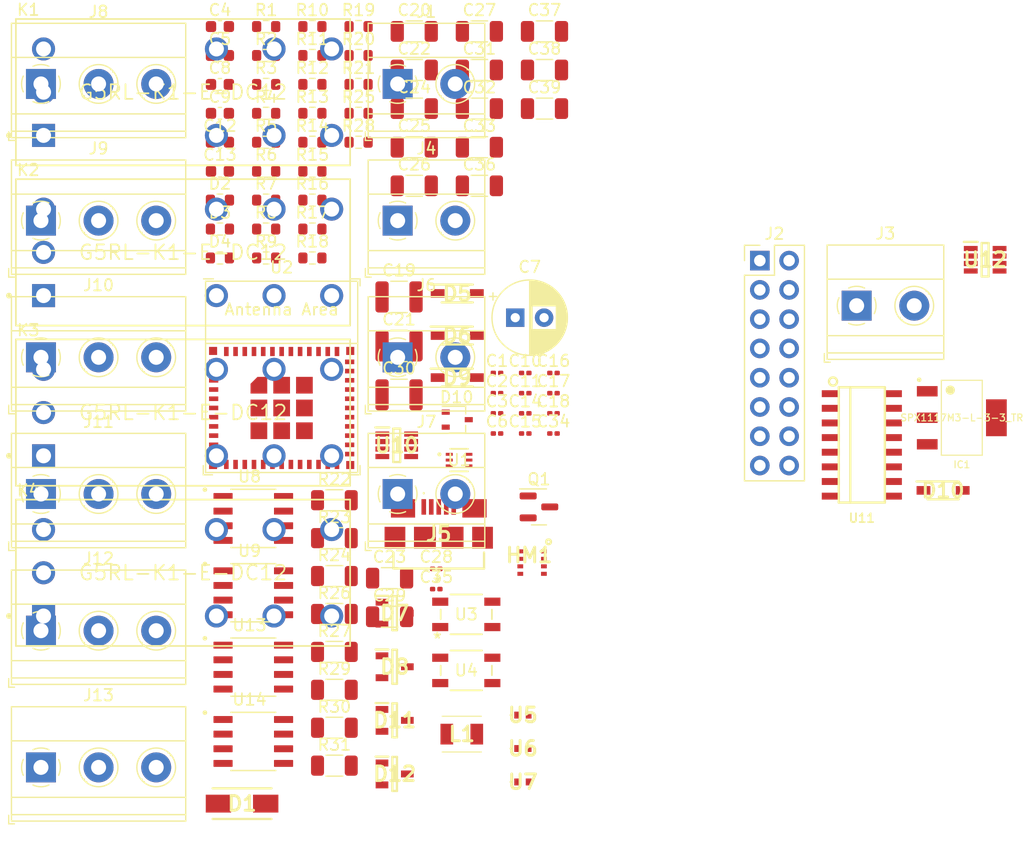
<source format=kicad_pcb>
(kicad_pcb (version 20221018) (generator pcbnew)
  (layers (0 "F.Cu" signal) (31 "B.Cu" signal) (34 "B.Paste" user) (35 "F.Paste" user) (36 "B.SilkS" user "B.Silkscreen") (37 "F.SilkS" user "F.Silkscreen") (38 "B.Mask" user) (39 "F.Mask" user) (44 "Edge.Cuts" user))
  (net 0 "")
  (net 1 "+3V3")
  (net 2 "GND")
  (net 3 "/ADC0")
  (net 4 "/CHIP_PU")
  (net 5 "Net-(D1-A)")
  (net 6 "+12V")
  (net 7 "Net-(U1-SW)")
  (net 8 "Net-(U1-BST)")
  (net 9 "/ADC1")
  (net 10 "+5V")
  (net 11 "/GPIO9")
  (net 12 "/ADC2")
  (net 13 "/ADC3")
  (net 14 "Net-(U8-VS)")
  (net 15 "Net-(U9-VS)")
  (net 16 "Net-(U8-5VB)")
  (net 17 "Net-(U9-5VB)")
  (net 18 "Net-(U13-VS)")
  (net 19 "Net-(U14-VS)")
  (net 20 "Net-(U13-5VB)")
  (net 21 "Net-(U14-5VB)")
  (net 22 "Net-(D2-A)")
  (net 23 "Net-(D3-A)")
  (net 24 "Net-(D4-A)")
  (net 25 "Net-(D5-K)")
  (net 26 "Net-(D6-K)")
  (net 27 "Net-(K1-R-)")
  (net 28 "Net-(K1-S-)")
  (net 29 "Net-(D7-K)")
  (net 30 "Net-(K2-R-)")
  (net 31 "Net-(K2-S-)")
  (net 32 "Net-(D8-K)")
  (net 33 "Net-(D9-K)")
  (net 34 "Net-(D10-K)")
  (net 35 "Net-(K3-R-)")
  (net 36 "Net-(K3-S-)")
  (net 37 "Net-(D11-K)")
  (net 38 "Net-(K4-R-)")
  (net 39 "Net-(K4-S-)")
  (net 40 "Net-(D12-K)")
  (net 41 "/SDA")
  (net 42 "/SCL")
  (net 43 "/D-")
  (net 44 "/D+")
  (net 46 "Net-(J8-Pin_1)")
  (net 47 "Net-(J8-Pin_2)")
  (net 48 "Net-(J8-Pin_3)")
  (net 49 "Net-(J9-Pin_1)")
  (net 50 "Net-(J9-Pin_2)")
  (net 51 "Net-(J9-Pin_3)")
  (net 52 "Net-(J10-Pin_1)")
  (net 53 "Net-(J10-Pin_2)")
  (net 54 "Net-(J11-Pin_1)")
  (net 55 "Net-(J11-Pin_2)")
  (net 56 "Net-(J11-Pin_3)")
  (net 57 "Net-(J12-Pin_1)")
  (net 58 "Net-(J12-Pin_2)")
  (net 59 "Net-(J12-Pin_3)")
  (net 60 "Net-(J13-Pin_1)")
  (net 61 "Net-(J13-Pin_2)")
  (net 62 "Net-(J1-Pin_1)")
  (net 63 "Net-(R2-Pad2)")
  (net 64 "Net-(U1-FB)")
  (net 65 "/GPIO8")
  (net 66 "Net-(J4-Pin_1)")
  (net 67 "Net-(R12-Pad2)")
  (net 68 "Net-(J6-Pin_1)")
  (net 69 "Net-(R16-Pad2)")
  (net 70 "Net-(J7-Pin_1)")
  (net 71 "Net-(R19-Pad2)")
  (net 72 "Net-(U10-IN+)")
  (net 73 "Net-(U10-ALERT)")
  (net 74 "+3.3V")
  (net 75 "Net-(U10-IN-)")
  (net 76 "Net-(U12-IN+)")
  (net 77 "Net-(U12-ALERT)")
  (net 78 "Net-(U12-IN-)")
  (net 82 "/GPIO4")
  (net 83 "/GPIO5")
  (net 84 "/GPIO14")
  (net 85 "/GPIO15")
  (net 87 "/GPIO18")
  (net 88 "/GPIO19")
  (net 89 "/RS0")
  (net 90 "/RS1")
  (net 91 "/S{slash}R")
  (net 92 "/WR")
  (net 93 "/U0RXD")
  (net 94 "/U0TXD")
  (net 103 "/R0S")
  (net 104 "/R0R")
  (net 105 "/R2S")
  (net 106 "/R2R")
  (net 107 "/R1S")
  (net 108 "/R1R")
  (net 109 "/R3S")
  (net 110 "/R3R")
  (footprint "Capacitor_SMD:C_0201_0603Metric" (layer "F.Cu") (at 37.325 47.815)
    (fp_text reference "C28" (at 0 -1.05) (layer "F.SilkS"))
    (fp_text value "100nF")
    (pad "1" smd roundrect (at -0.32 0) (size 0.46 0.4) (layers "F.Cu" "F.Mask") (net 74 "+3.3V"))
    (pad "2" smd roundrect (at 0.32 0) (size 0.46 0.4) (layers "F.Cu" "F.Mask") (net 2 "GND"))
  )
  (footprint "OMRON:Omron-G5RL-K1-E-MFG" (layer "F.Cu") (at 15.35 34.25)
    (fp_text reference "K3" (at -14.5 -7.15) (layer "F.SilkS") (effects (justify left)))
    (fp_text value "G5RL-K1-E-DC12" (at 0 0) (layer "F.SilkS") (effects (font (size 1.27 1.27))))
    (pad "1" thru_hole rect (at -12.1 3.75) (size 2 2) (drill 1.3) (layers "*.Cu") (net 35 "Net-(K3-R-)"))
    (pad "2" thru_hole circle (at 2.9 3.75) (size 2 2) (drill 1.3) (layers "*.Cu") (net 54 "Net-(J11-Pin_1)"))
    (pad "3" thru_hole circle (at 7.9 3.75) (size 2 2) (drill 1.3) (layers "*.Cu") (net 55 "Net-(J11-Pin_2)"))
    (pad "4" thru_hole circle (at 12.9 3.75) (size 2 2) (drill 1.3) (layers "*.Cu") (net 56 "Net-(J11-Pin_3)"))
    (pad "5" thru_hole circle (at 12.9 -3.75) (size 2 2) (drill 1.3) (layers "*.Cu") (net 56 "Net-(J11-Pin_3)"))
    (pad "6" thru_hole circle (at 7.9 -3.75) (size 2 2) (drill 1.3) (layers "*.Cu") (net 55 "Net-(J11-Pin_2)"))
    (pad "7" thru_hole circle (at 2.9 -3.75) (size 2 2) (drill 1.3) (layers "*.Cu") (net 54 "Net-(J11-Pin_1)"))
    (pad "8" thru_hole circle (at -12.1 -3.75) (size 2 2) (drill 1.3) (layers "*.Cu") (net 36 "Net-(K3-S-)"))
    (pad "9" thru_hole circle (at -12.1 0) (size 2 2) (drill 1.3) (layers "*.Cu") (net 37 "Net-(D11-K)"))
  )
  (footprint "SOD:SOD3716X145N" (layer "F.Cu") (at 39.145 23.915)
    (fp_text reference "D5" (at 0 0) (layer "F.SilkS") (effects (font (size 1.27 1.27) (thickness 0.254))))
    (fp_text value "1N4148" hide)
    (pad "1" smd rect (at -1.7 0 90) (size 0.75 1.2) (layers "F.Cu" "F.Paste" "F.Mask") (net 25 "Net-(D5-K)"))
    (pad "2" smd rect (at 1.7 0 90) (size 0.75 1.2) (layers "F.Cu" "F.Paste" "F.Mask") (net 6 "+12V"))
  )
  (footprint "TerminalBlock_Phoenix:TerminalBlock_Phoenix_MKDS-1,5-3_1x03_P5.00mm_Horizontal" (layer "F.Cu") (at 3.025 17.595)
    (fp_text reference "J9" (at 5 -6.26) (layer "F.SilkS"))
    (fp_text value "Screw_Terminal_01x03")
    (pad "1" thru_hole rect (at 0 0) (size 2.6 2.6) (drill 1.3) (layers "*.Cu" "*.Mask") (net 49 "Net-(J9-Pin_1)"))
    (pad "2" thru_hole circle (at 5 0) (size 2.6 2.6) (drill 1.3) (layers "*.Cu" "*.Mask") (net 50 "Net-(J9-Pin_2)"))
    (pad "3" thru_hole circle (at 10 0) (size 2.6 2.6) (drill 1.3) (layers "*.Cu" "*.Mask") (net 51 "Net-(J9-Pin_3)"))
  )
  (footprint "Resistor_SMD:R_1206_3216Metric" (layer "F.Cu") (at 28.485 41.855)
    (fp_text reference "R22" (at 0 -1.82) (layer "F.SilkS"))
    (fp_text value "10R/0.25W")
    (pad "1" smd roundrect (at -1.4625 0) (size 1.125 1.75) (layers "F.Cu" "F.Paste" "F.Mask") (roundrect_rratio 0.222222) (net 25 "Net-(D5-K)"))
    (pad "2" smd roundrect (at 1.4625 0) (size 1.125 1.75) (layers "F.Cu" "F.Paste" "F.Mask") (roundrect_rratio 0.222222) (net 14 "Net-(U8-VS)"))
  )
  (footprint "Onsemi:SOIC127P600X175-8N" (layer "F.Cu") (at 21.45 43.435)
    (fp_text reference "U8" (at -0.325 -3.635) (layer "F.SilkS"))
    (fp_text value "FAN3241TMX")
    (pad "1" smd roundrect (at -2.625 -1.905) (size 1.66 0.6) (layers "F.Cu" "F.Paste" "F.Mask") (roundrect_rratio 0.07) (net 16 "Net-(U8-5VB)"))
    (pad "2" smd roundrect (at -2.625 -0.635) (size 1.66 0.6) (layers "F.Cu" "F.Paste" "F.Mask") (roundrect_rratio 0.07) (net 16 "Net-(U8-5VB)"))
    (pad "3" smd roundrect (at -2.625 0.635) (size 1.66 0.6) (layers "F.Cu" "F.Paste" "F.Mask") (roundrect_rratio 0.07) (net 103 "/R0S"))
    (pad "4" smd roundrect (at -2.625 1.905) (size 1.66 0.6) (layers "F.Cu" "F.Paste" "F.Mask") (roundrect_rratio 0.07) (net 104 "/R0R"))
    (pad "5" smd roundrect (at 2.625 1.905) (size 1.66 0.6) (layers "F.Cu" "F.Paste" "F.Mask") (roundrect_rratio 0.07) (net 27 "Net-(K1-R-)"))
    (pad "6" smd roundrect (at 2.625 0.635) (size 1.66 0.6) (layers "F.Cu" "F.Paste" "F.Mask") (roundrect_rratio 0.07) (net 2 "GND"))
    (pad "7" smd roundrect (at 2.625 -0.635) (size 1.66 0.6) (layers "F.Cu" "F.Paste" "F.Mask") (roundrect_rratio 0.07) (net 28 "Net-(K1-S-)"))
    (pad "8" smd roundrect (at 2.625 -1.905) (size 1.66 0.6) (layers "F.Cu" "F.Paste" "F.Mask") (roundrect_rratio 0.07) (net 14 "Net-(U8-VS)"))
  )
  (footprint "Capacitor_SMD:C_1206_3216Metric" (layer "F.Cu") (at 35.415 7.875)
    (fp_text reference "C24" (at 0 -1.85) (layer "F.SilkS"))
    (fp_text value "0.22uF/6.3V")
    (pad "1" smd roundrect (at -1.475 0) (size 1.15 1.8) (layers "F.Cu" "F.Paste" "F.Mask") (roundrect_rratio 0.217391) (net 2 "GND"))
    (pad "2" smd roundrect (at 1.475 0) (size 1.15 1.8) (layers "F.Cu" "F.Paste" "F.Mask") (roundrect_rratio 0.217391) (net 16 "Net-(U8-5VB)"))
  )
  (footprint "Capacitor_SMD:C_1206_3216Metric" (layer "F.Cu") (at 35.415 1.175)
    (fp_text reference "C20" (at 0 -1.85) (layer "F.SilkS"))
    (fp_text value "0.22uF/100V")
    (pad "1" smd roundrect (at -1.475 0) (size 1.15 1.8) (layers "F.Cu" "F.Paste" "F.Mask") (roundrect_rratio 0.217391) (net 14 "Net-(U8-VS)"))
    (pad "2" smd roundrect (at 1.475 0) (size 1.15 1.8) (layers "F.Cu" "F.Paste" "F.Mask") (roundrect_rratio 0.217391) (net 2 "GND"))
  )
  (footprint "SOT230:SOT230P700X180-4N" (layer "F.Cu") (at 82.925 34.7)
    (fp_text reference "IC1" (at 0 4.064) (layer "F.SilkS") (effects (font (size 0.6 0.6) (thickness 0.1))))
    (fp_text value "SPX1117M3-L-3-3_TR" (at 0 0) (layer "F.SilkS") (effects (font (size 0.6 0.6) (thickness 0.1))))
    (pad "1" smd rect (at -3 -2.3) (size 1.8 0.9) (layers "F.Cu" "F.Paste" "F.Mask") (net 2 "GND"))
    (pad "2" smd rect (at -3 0) (size 1.8 0.9) (layers "F.Cu" "F.Paste" "F.Mask") (net 1 "+3V3"))
    (pad "3" smd rect (at -3 2.3) (size 1.8 0.9) (layers "F.Cu" "F.Paste" "F.Mask") (net 10 "+5V"))
    (pad "4" smd rect (at 3 0) (size 1.8 3.2) (layers "F.Cu" "F.Paste" "F.Mask") (net 1 "+3V3"))
  )
  (footprint "Capacitor_SMD:C_0603_1608Metric" (layer "F.Cu") (at 18.555 8.285)
    (fp_text reference "C9" (at 0 -1.43) (layer "F.SilkS"))
    (fp_text value "100nF/25V/10%")
    (pad "1" smd roundrect (at -0.775 0) (size 0.9 0.95) (layers "F.Cu" "F.Paste" "F.Mask") (net 7 "Net-(U1-SW)"))
    (pad "2" smd roundrect (at 0.775 0) (size 0.9 0.95) (layers "F.Cu" "F.Paste" "F.Mask") (net 8 "Net-(U1-BST)"))
  )
  (footprint "INA:SOT65P280X110-8N" (layer "F.Cu") (at 84.95 20.99)
    (fp_text reference "U12" (at 0 0) (layer "F.SilkS") (effects (font (size 1.27 1.27) (thickness 0.254))))
    (fp_text value "INA232AIDDFR" hide)
    (pad "1" smd rect (at -1.25 -0.975 90) (size 0.45 1.2) (layers "F.Cu" "F.Paste" "F.Mask") (net 76 "Net-(U12-IN+)"))
    (pad "2" smd rect (at -1.25 -0.325 90) (size 0.45 1.2) (layers "F.Cu" "F.Paste" "F.Mask") (net 78 "Net-(U12-IN-)"))
    (pad "3" smd rect (at -1.25 0.325 90) (size 0.45 1.2) (layers "F.Cu" "F.Paste" "F.Mask") (net 2 "GND"))
    (pad "4" smd rect (at -1.25 0.975 90) (size 0.45 1.2) (layers "F.Cu" "F.Paste" "F.Mask") (net 74 "+3.3V"))
    (pad "5" smd rect (at 1.25 0.975 90) (size 0.45 1.2) (layers "F.Cu" "F.Paste" "F.Mask") (net 42 "/SCL"))
    (pad "6" smd rect (at 1.25 0.325 90) (size 0.45 1.2) (layers "F.Cu" "F.Paste" "F.Mask") (net 41 "/SDA"))
    (pad "7" smd rect (at 1.25 -0.325 90) (size 0.45 1.2) (layers "F.Cu" "F.Paste" "F.Mask") (net 2 "GND"))
    (pad "8" smd rect (at 1.25 -0.975 90) (size 0.45 1.2) (layers "F.Cu" "F.Paste" "F.Mask") (net 77 "Net-(U12-ALERT)"))
  )
  (footprint "Resistor_SMD:R_0603_1608Metric" (layer "F.Cu") (at 26.575 0.755)
    (fp_text reference "R10" (at 0 -1.43) (layer "F.SilkS"))
    (fp_text value "3k3")
    (pad "1" smd roundrect (at -0.825 0) (size 0.8 0.95) (layers "F.Cu" "F.Paste" "F.Mask") (net 1 "+3V3"))
    (pad "2" smd roundrect (at 0.825 0) (size 0.8 0.95) (layers "F.Cu" "F.Paste" "F.Mask") (net 42 "/SCL"))
  )
  (footprint "Capacitor_SMD:C_0201_0603Metric" (layer "F.Cu") (at 47.495 34.315)
    (fp_text reference "C18" (at 0 -1.05) (layer "F.SilkS"))
    (fp_text value "100nF")
    (pad "1" smd roundrect (at -0.32 0) (size 0.46 0.4) (layers "F.Cu" "F.Mask") (net 2 "GND"))
    (pad "2" smd roundrect (at 0.32 0) (size 0.46 0.4) (layers "F.Cu" "F.Mask") (net 13 "/ADC3"))
  )
  (footprint "Capacitor_SMD:C_1206_3216Metric" (layer "F.Cu") (at 41.065 1.175)
    (fp_text reference "C27" (at 0 -1.85) (layer "F.SilkS"))
    (fp_text value "0.22uF/100V")
    (pad "1" smd roundrect (at -1.475 0) (size 1.15 1.8) (layers "F.Cu" "F.Paste" "F.Mask") (roundrect_rratio 0.217391) (net 6 "+12V"))
    (pad "2" smd roundrect (at 1.475 0) (size 1.15 1.8) (layers "F.Cu" "F.Paste" "F.Mask") (roundrect_rratio 0.217391) (net 2 "GND"))
  )
  (footprint "Wuerth_434133025816:SMD_025816_WRE" (layer "F.Cu") (at 39.9293 51.7604)
    (fp_text reference "U3" (at 0 0 unlocked) (layer "F.SilkS"))
    (fp_text value "434133025816")
    (fp_text user "*" (at -2.5146 -2.7256 unlocked) (layer "F.SilkS"))
    (fp_text user "*" (at -2.5146 -2.7256) (layer "F.SilkS"))
    (pad "1" smd rect (at -2.2606 -1.1) (size 1.397 0.7112) (layers "F.Cu" "F.Paste" "F.Mask") (net 2 "GND"))
    (pad "2" smd rect (at 2.2606 -1.1) (size 1.397 0.7112) (layers "F.Cu" "F.Paste" "F.Mask"))
    (pad "3" smd rect (at -2.2606 1.1) (size 1.397 0.7112) (layers "F.Cu" "F.Paste" "F.Mask"))
    (pad "4" smd rect (at 2.2606 1.1) (size 1.397 0.7112) (layers "F.Cu" "F.Paste" "F.Mask") (net 11 "/GPIO9"))
  )
  (footprint "TerminalBlock_Phoenix:TerminalBlock_Phoenix_MKDS-1,5-2_1x02_P5.00mm_Horizontal" (layer "F.Cu") (at 33.975 41.315)
    (fp_text reference "J7" (at 2.5 -6.26) (layer "F.SilkS"))
    (fp_text value "Screw_Terminal_01x02")
    (pad "1" thru_hole rect (at 0 0) (size 2.6 2.6) (drill 1.3) (layers "*.Cu" "*.Mask") (net 70 "Net-(J7-Pin_1)"))
    (pad "2" thru_hole circle (at 5 0) (size 2.6 2.6) (drill 1.3) (layers "*.Cu" "*.Mask") (net 2 "GND"))
  )
  (footprint "Capacitor_SMD:C_1206_3216Metric" (layer "F.Cu") (at 41.065 11.225)
    (fp_text reference "C33" (at 0 -1.85) (layer "F.SilkS"))
    (fp_text value "0.22uF/100V")
    (pad "1" smd roundrect (at -1.475 0) (size 1.15 1.8) (layers "F.Cu" "F.Paste" "F.Mask") (roundrect_rratio 0.217391) (net 19 "Net-(U14-VS)"))
    (pad "2" smd roundrect (at 1.475 0) (size 1.15 1.8) (layers "F.Cu" "F.Paste" "F.Mask") (roundrect_rratio 0.217391) (net 2 "GND"))
  )
  (footprint "Resistor_SMD:R_0603_1608Metric" (layer "F.Cu") (at 22.565 8.285)
    (fp_text reference "R4" (at 0 -1.43) (layer "F.SilkS"))
    (fp_text value "1k6")
    (pad "1" smd roundrect (at -0.825 0) (size 0.8 0.95) (layers "F.Cu" "F.Paste" "F.Mask") (net 10 "+5V"))
    (pad "2" smd roundrect (at 0.825 0) (size 0.8 0.95) (layers "F.Cu" "F.Paste" "F.Mask") (net 22 "Net-(D2-A)"))
  )
  (footprint "Capacitor_SMD:C_0201_0603Metric" (layer "F.Cu") (at 37.325 49.565)
    (fp_text reference "C35" (at 0 -1.05) (layer "F.SilkS"))
    (fp_text value "100nF")
    (pad "1" smd roundrect (at -0.32 0) (size 0.46 0.4) (layers "F.Cu" "F.Mask") (net 74 "+3.3V"))
    (pad "2" smd roundrect (at 0.32 0) (size 0.46 0.4) (layers "F.Cu" "F.Mask") (net 2 "GND"))
  )
  (footprint "Package_TO_SOT_SMD:SOT-23" (layer "F.Cu") (at 46.235 42.435)
    (fp_text reference "Q1" (at 0 -2.4) (layer "F.SilkS"))
    (fp_text value "FDN302P")
    (pad "1" smd roundrect (at -0.9375 -0.95) (size 1.475 0.6) (layers "F.Cu" "F.Paste" "F.Mask") (net 5 "Net-(D1-A)"))
    (pad "2" smd roundrect (at -0.9375 0.95) (size 1.475 0.6) (layers "F.Cu" "F.Paste" "F.Mask") (net 10 "+5V"))
    (pad "3" smd roundrect (at 0.9375 0) (size 1.475 0.6) (layers "F.Cu" "F.Paste" "F.Mask") (net 10 "+5V"))
  )
  (footprint "Capacitor_SMD:C_0201_0603Metric" (layer "F.Cu") (at 45.045 34.315)
    (fp_text reference "C14" (at 0 -1.05) (layer "F.SilkS"))
    (fp_text value "100nF/10V/10%")
    (pad "1" smd roundrect (at -0.32 0) (size 0.46 0.4) (layers "F.Cu" "F.Mask") (net 10 "+5V"))
    (pad "2" smd roundrect (at 0.32 0) (size 0.46 0.4) (layers "F.Cu" "F.Mask") (net 2 "GND"))
  )
  (footprint "TerminalBlock_Phoenix:TerminalBlock_Phoenix_MKDS-1,5-3_1x03_P5.00mm_Horizontal" (layer "F.Cu") (at 3.025 53.175)
    (fp_text reference "J12" (at 5 -6.26) (layer "F.SilkS"))
    (fp_text value "Screw_Terminal_01x03")
    (pad "1" thru_hole rect (at 0 0) (size 2.6 2.6) (drill 1.3) (layers "*.Cu" "*.Mask") (net 57 "Net-(J12-Pin_1)"))
    (pad "2" thru_hole circle (at 5 0) (size 2.6 2.6) (drill 1.3) (layers "*.Cu" "*.Mask") (net 58 "Net-(J12-Pin_2)"))
    (pad "3" thru_hole circle (at 10 0) (size 2.6 2.6) (drill 1.3) (layers "*.Cu" "*.Mask") (net 59 "Net-(J12-Pin_3)"))
  )
  (footprint "Capacitor_SMD:C_1206_3216Metric" (layer "F.Cu") (at 35.415 14.575)
    (fp_text reference "C26" (at 0 -1.85) (layer "F.SilkS"))
    (fp_text value "0.22uF/6.3V")
    (pad "1" smd roundrect (at -1.475 0) (size 1.15 1.8) (layers "F.Cu" "F.Paste" "F.Mask") (roundrect_rratio 0.217391) (net 2 "GND"))
    (pad "2" smd roundrect (at 1.475 0) (size 1.15 1.8) (layers "F.Cu" "F.Paste" "F.Mask") (roundrect_rratio 0.217391) (net 17 "Net-(U9-5VB)"))
  )
  (footprint "Capacitor_SMD:C_1206_3216Metric" (layer "F.Cu") (at 35.415 4.525)
    (fp_text reference "C22" (at 0 -1.85) (layer "F.SilkS"))
    (fp_text value "0.22uF/100V")
    (pad "1" smd roundrect (at -1.475 0) (size 1.15 1.8) (layers "F.Cu" "F.Paste" "F.Mask") (roundrect_rratio 0.217391) (net 15 "Net-(U9-VS)"))
    (pad "2" smd roundrect (at 1.475 0) (size 1.15 1.8) (layers "F.Cu" "F.Paste" "F.Mask") (roundrect_rratio 0.217391) (net 2 "GND"))
  )
  (footprint "SOD:SOD3716X145N" (layer "F.Cu") (at 81.3 41)
    (fp_text reference "D10" (at 0 0) (layer "F.SilkS") (effects (font (size 1.27 1.27) (thickness 0.254))))
    (fp_text value "1N4148" hide)
    (pad "1" smd rect (at -1.7 0 90) (size 0.75 1.2) (layers "F.Cu" "F.Paste" "F.Mask") (net 34 "Net-(D10-K)"))
    (pad "2" smd rect (at 1.7 0 90) (size 0.75 1.2) (layers "F.Cu" "F.Paste" "F.Mask") (net 6 "+12V"))
  )
  (footprint "Capacitor_SMD:C_1206_3216Metric" (layer "F.Cu") (at 35.415 11.225)
    (fp_text reference "C25" (at 0 -1.85) (layer "F.SilkS"))
    (fp_text value "0.22uF/100V")
    (pad "1" smd roundrect (at -1.475 0) (size 1.15 1.8) (layers "F.Cu" "F.Paste" "F.Mask") (roundrect_rratio 0.217391) (net 6 "+12V"))
    (pad "2" smd roundrect (at 1.475 0) (size 1.15 1.8) (layers "F.Cu" "F.Paste" "F.Mask") (roundrect_rratio 0.217391) (net 2 "GND"))
  )
  (footprint "Capacitor_SMD:C_0201_0603Metric" (layer "F.Cu") (at 45.045 36.065)
    (fp_text reference "C15" (at 0 -1.05) (layer "F.SilkS"))
    (fp_text value "100nF")
    (pad "1" smd roundrect (at -0.32 0) (size 0.46 0.4) (layers "F.Cu" "F.Mask") (net 2 "GND"))
    (pad "2" smd roundrect (at 0.32 0) (size 0.46 0.4) (layers "F.Cu" "F.Mask") (net 11 "/GPIO9"))
  )
  (footprint "Resistor_SMD:R_1206_3216Metric" (layer "F.Cu") (at 28.485 61.595)
    (fp_text reference "R30" (at 0 -1.82) (layer "F.SilkS"))
    (fp_text value "10R/0.25W")
    (pad "1" smd roundrect (at -1.4625 0) (size 1.125 1.75) (layers "F.Cu" "F.Paste" "F.Mask") (roundrect_rratio 0.222222) (net 34 "Net-(D10-K)"))
    (pad "2" smd roundrect (at 1.4625 0) (size 1.125 1.75) (layers "F.Cu" "F.Paste" "F.Mask") (roundrect_rratio 0.222222) (net 19 "Net-(U14-VS)"))
  )
  (footprint "Capacitor_SMD:C_1206_3216Metric" (layer "F.Cu") (at 41.065 7.875)
    (fp_text reference "C32" (at 0 -1.85) (layer "F.SilkS"))
    (fp_text value "0.22uF/100V")
    (pad "1" smd roundrect (at -1.475 0) (size 1.15 1.8) (layers "F.Cu" "F.Paste" "F.Mask") (roundrect_rratio 0.217391) (net 19 "Net-(U14-VS)"))
    (pad "2" smd roundrect (at 1.475 0) (size 1.15 1.8) (layers "F.Cu" "F.Paste" "F.Mask") (roundrect_rratio 0.217391) (net 2 "GND"))
  )
  (footprint "ESD401DPYR:ESD401DPYR" (layer "F.Cu") (at 44.84 60.5)
    (fp_text reference "U5" (at 0 0) (layer "F.SilkS") (effects (font (size 1.27 1.27) (thickness 0.254))))
    (fp_text value "ESD401DPYR" hide)
    (pad "1" smd rect (at -0.5 0) (size 0.5 0.6) (layers "F.Cu" "F.Paste" "F.Mask") (net 44 "/D+"))
    (pad "2" smd rect (at 0.5 0) (size 0.5 0.6) (layers "F.Cu" "F.Paste" "F.Mask") (net 2 "GND"))
  )
  (footprint "footprints:SOT95P248X115-3N" (layer "F.Cu") (at 33.715 60.955)
    (fp_text reference "D11" (at 0 0) (layer "F.SilkS") (effects (font (size 1.27 1.27) (thickness 0.254))))
    (fp_text value "BAV70-G3" hide)
    (pad "1" smd rect (at -1.1 -0.95 90) (size 0.6 1.1) (layers "F.Cu" "F.Paste" "F.Mask") (net 35 "Net-(K3-R-)"))
    (pad "2" smd rect (at -1.1 0.95 90) (size 0.6 1.1) (layers "F.Cu" "F.Paste" "F.Mask") (net 36 "Net-(K3-S-)"))
    (pad "3" smd rect (at 1.1 0 90) (size 0.6 1.1) (layers "F.Cu" "F.Paste" "F.Mask") (net 37 "Net-(D11-K)"))
  )
  (footprint "OMRON:Omron-G5RL-K1-E-MFG" (layer "F.Cu") (at 15.35 6.45)
    (fp_text reference "K1" (at -14.5 -7.15) (layer "F.SilkS") (effects (justify left)))
    (fp_text value "G5RL-K1-E-DC12" (at 0 0) (layer "F.SilkS") (effects (font (size 1.27 1.27))))
    (pad "1" thru_hole rect (at -12.1 3.75) (size 2 2) (drill 1.3) (layers "*.Cu") (net 27 "Net-(K1-R-)"))
    (pad "2" thru_hole circle (at 2.9 3.75) (size 2 2) (drill 1.3) (layers "*.Cu") (net 46 "Net-(J8-Pin_1)"))
    (pad "3" thru_hole circle (at 7.9 3.75) (size 2 2) (drill 1.3) (layers "*.Cu") (net 47 "Net-(J8-Pin_2)"))
    (pad "4" thru_hole circle (at 12.9 3.75) (size 2 2) (drill 1.3) (layers "*.Cu") (net 48 "Net-(J8-Pin_3)"))
    (pad "5" thru_hole circle (at 12.9 -3.75) (size 2 2) (drill 1.3) (layers "*.Cu") (net 48 "Net-(J8-Pin_3)"))
    (pad "6" thru_hole circle (at 7.9 -3.75) (size 2 2) (drill 1.3) (layers "*.Cu") (net 47 "Net-(J8-Pin_2)"))
    (pad "7" thru_hole circle (at 2.9 -3.75) (size 2 2) (drill 1.3) (layers "*.Cu") (net 46 "Net-(J8-Pin_1)"))
    (pad "8" thru_hole circle (at -12.1 -3.75) (size 2 2) (drill 1.3) (layers "*.Cu") (net 28 "Net-(K1-S-)"))
    (pad "9" thru_hole circle (at -12.1 0) (size 2 2) (drill 1.3) (layers "*.Cu") (net 29 "Net-(D7-K)"))
  )
  (footprint "OMRON:Omron-G5RL-K1-E-MFG" (layer "F.Cu") (at 15.35 20.35)
    (fp_text reference "K2" (at -14.5 -7.15) (layer "F.SilkS") (effects (justify left)))
    (fp_text value "G5RL-K1-E-DC12" (at 0 0) (layer "F.SilkS") (effects (font (size 1.27 1.27))))
    (pad "1" thru_hole rect (at -12.1 3.75) (size 2 2) (drill 1.3) (layers "*.Cu") (net 30 "Net-(K2-R-)"))
    (pad "2" thru_hole circle (at 2.9 3.75) (size 2 2) (drill 1.3) (layers "*.Cu") (net 49 "Net-(J9-Pin_1)"))
    (pad "3" thru_hole circle (at 7.9 3.75) (size 2 2) (drill 1.3) (layers "*.Cu") (net 50 "Net-(J9-Pin_2)"))
    (pad "4" thru_hole circle (at 12.9 3.75) (size 2 2) (drill 1.3) (layers "*.Cu") (net 51 "Net-(J9-Pin_3)"))
    (pad "5" thru_hole circle (at 12.9 -3.75) (size 2 2) (drill 1.3) (layers "*.Cu") (net 51 "Net-(J9-Pin_3)"))
    (pad "6" thru_hole circle (at 7.9 -3.75) (size 2 2) (drill 1.3) (layers "*.Cu") (net 50 "Net-(J9-Pin_2)"))
    (pad "7" thru_hole circle (at 2.9 -3.75) (size 2 2) (drill 1.3) (layers "*.Cu") (net 49 "Net-(J9-Pin_1)"))
    (pad "8" thru_hole circle (at -12.1 -3.75) (size 2 2) (drill 1.3) (layers "*.Cu") (net 31 "Net-(K2-S-)"))
    (pad "9" thru_hole circle (at -12.1 0) (size 2 2) (drill 1.3) (layers "*.Cu") (net 32 "Net-(D8-K)"))
  )
  (footprint "Onsemi:SOIC127P600X175-8N" (layer "F.Cu") (at 21.45 56.335)
    (fp_text reference "U13" (at -0.325 -3.635) (layer "F.SilkS"))
    (fp_text value "FAN3241TMX")
    (pad "1" smd roundrect (at -2.625 -1.905) (size 1.66 0.6) (layers "F.Cu" "F.Paste" "F.Mask") (roundrect_rratio 0.07) (net 20 "Net-(U13-5VB)"))
    (pad "2" smd roundrect (at -2.625 -0.635) (size 1.66 0.6) (layers "F.Cu" "F.Paste" "F.Mask") (roundrect_rratio 0.07) (net 20 "Net-(U13-5VB)"))
    (pad "3" smd roundrect (at -2.625 0.635) (size 1.66 0.6) (layers "F.Cu" "F.Paste" "F.Mask") (roundrect_rratio 0.07) (net 107 "/R1S"))
    (pad "4" smd roundrect (at -2.625 1.905) (size 1.66 0.6) (layers "F.Cu" "F.Paste" "F.Mask") (roundrect_rratio 0.07) (net 108 "/R1R"))
    (pad "5" smd roundrect (at 2.625 1.905) (size 1.66 0.6) (layers "F.Cu" "F.Paste" "F.Mask") (roundrect_rratio 0.07) (net 35 "Net-(K3-R-)"))
    (pad "6" smd roundrect (at 2.625 0.635) (size 1.66 0.6) (layers "F.Cu" "F.Paste" "F.Mask") (roundrect_rratio 0.07) (net 2 "GND"))
    (pad "7" smd roundrect (at 2.625 -0.635) (size 1.66 0.6) (layers "F.Cu" "F.Paste" "F.Mask") (roundrect_rratio 0.07) (net 36 "Net-(K3-S-)"))
    (pad "8" smd roundrect (at 2.625 -1.905) (size 1.66 0.6) (layers "F.Cu" "F.Paste" "F.Mask") (roundrect_rratio 0.07) (net 18 "Net-(U13-VS)"))
  )
  (footprint "TerminalBlock_Phoenix:TerminalBlock_Phoenix_MKDS-1,5-3_1x03_P5.00mm_Horizontal" (layer "F.Cu") (at 3.025 41.315)
    (fp_text reference "J11" (at 5 -6.26) (layer "F.SilkS"))
    (fp_text value "Screw_Terminal_01x03")
    (pad "1" thru_hole rect (at 0 0) (size 2.6 2.6) (drill 1.3) (layers "*.Cu" "*.Mask") (net 54 "Net-(J11-Pin_1)"))
    (pad "2" thru_hole circle (at 5 0) (size 2.6 2.6) (drill 1.3) (layers "*.Cu" "*.Mask") (net 55 "Net-(J11-Pin_2)"))
    (pad "3" thru_hole circle (at 10 0) (size 2.6 2.6) (drill 1.3) (layers "*.Cu" "*.Mask") (net 56 "Net-(J11-Pin_3)"))
  )
  (footprint "Resistor_SMD:R_0603_1608Metric" (layer "F.Cu") (at 22.565 0.755)
    (fp_text reference "R1" (at 0 -1.43) (layer "F.SilkS"))
    (fp_text value "10k/1%")
    (pad "1" smd roundrect (at -0.825 0) (size 0.8 0.95) (layers "F.Cu" "F.Paste" "F.Mask") (net 4 "/CHIP_PU"))
    (pad "2" smd roundrect (at 0.825 0) (size 0.8 0.95) (layers "F.Cu" "F.Paste" "F.Mask") (net 1 "+3V3"))
  )
  (footprint "Resistor_SMD:R_0603_1608Metric" (layer "F.Cu") (at 26.575 5.775)
    (fp_text reference "R12" (at 0 -1.43) (layer "F.SilkS"))
    (fp_text value "560k0/1%/350V")
    (pad "1" smd roundrect (at -0.825 0) (size 0.8 0.95) (layers "F.Cu" "F.Paste" "F.Mask") (net 66 "Net-(J4-Pin_1)"))
    (pad "2" smd roundrect (at 0.825 0) (size 0.8 0.95) (layers "F.Cu" "F.Paste" "F.Mask") (net 67 "Net-(R12-Pad2)"))
  )
  (footprint "ESD401DPYR:ESD401DPYR" (layer "F.Cu") (at 44.84 63.4)
    (fp_text reference "U6" (at 0 0) (layer "F.SilkS") (effects (font (size 1.27 1.27) (thickness 0.254))))
    (fp_text value "ESD401DPYR" hide)
    (pad "1" smd rect (at -0.5 0) (size 0.5 0.6) (layers "F.Cu" "F.Paste" "F.Mask") (net 43 "/D-"))
    (pad "2" smd rect (at 0.5 0) (size 0.5 0.6) (layers "F.Cu" "F.Paste" "F.Mask") (net 2 "GND"))
  )
  (footprint "Resistor_SMD:R_0603_1608Metric" (layer "F.Cu") (at 30.585 5.775)
    (fp_text reference "R21" (at 0 -1.43) (layer "F.SilkS"))
    (fp_text value "10k0/1%")
    (pad "1" smd roundrect (at -0.825 0) (size 0.8 0.95) (layers "F.Cu" "F.Paste" "F.Mask") (net 2 "GND"))
    (pad "2" smd roundrect (at 0.825 0) (size 0.8 0.95) (layers "F.Cu" "F.Paste" "F.Mask") (net 13 "/ADC3"))
  )
  (footprint "Capacitor_SMD:C_0603_1608Metric" (layer "F.Cu") (at 18.555 10.795)
    (fp_text reference "C12" (at 0 -1.43) (layer "F.SilkS"))
    (fp_text value "10uF/10V(20%)")
    (pad "1" smd roundrect (at -0.775 0) (size 0.9 0.95) (layers "F.Cu" "F.Paste" "F.Mask") (net 1 "+3V3"))
    (pad "2" smd roundrect (at 0.775 0) (size 0.9 0.95) (layers "F.Cu" "F.Paste" "F.Mask") (net 2 "GND"))
  )
  (footprint "Resistor_SMD:R_0603_1608Metric" (layer "F.Cu") (at 30.585 3.265)
    (fp_text reference "R20" (at 0 -1.43) (layer "F.SilkS"))
    (fp_text value "46.4k/1%/350V")
    (pad "1" smd roundrect (at -0.825 0) (size 0.8 0.95) (layers "F.Cu" "F.Paste" "F.Mask") (net 71 "Net-(R19-Pad2)"))
    (pad "2" smd roundrect (at 0.825 0) (size 0.8 0.95) (layers "F.Cu" "F.Paste" "F.Mask") (net 13 "/ADC3"))
  )
  (footprint "footprints:SOT563-Z6_1_DIO" (layer "F.Cu") (at 39.3043 38.3711)
    (fp_text reference "U1" (at 0 0 unlocked) (layer "F.SilkS"))
    (fp_text value "AP62300Z6-7")
    (pad "1" smd rect (at -0.8509 -0.499999) (size 0.6096 0.254) (layers "F.Cu" "F.Paste" "F.Mask") (net 6 "+12V"))
    (pad "2" smd rect (at -0.8509 0) (size 0.6096 0.254) (layers "F.Cu" "F.Paste" "F.Mask") (net 7 "Net-(U1-SW)"))
    (pad "3" smd rect (at -0.8509 0.499999) (size 0.6096 0.254) (layers "F.Cu" "F.Paste" "F.Mask") (net 2 "GND"))
    (pad "4" smd rect (at 0.8509 0.499999) (size 0.6096 0.254) (layers "F.Cu" "F.Paste" "F.Mask") (net 8 "Net-(U1-BST)"))
    (pad "5" smd rect (at 0.8509 0) (size 0.6096 0.254) (layers "F.Cu" "F.Paste" "F.Mask"))
    (pad "6" smd rect (at 0.8509 -0.499999) (size 0.6096 0.254) (layers "F.Cu" "F.Paste" "F.Mask") (net 64 "Net-(U1-FB)"))
  )
  (footprint "Capacitor_THT:CP_Radial_D6.3mm_P2.50mm" (layer "F.Cu") (at 44.180241 26.015)
    (fp_text reference "C7" (at 1.25 -4.4) (layer "F.SilkS"))
    (fp_text value "100uF/25V/Low_ESR")
    (pad "1" thru_hole rect (at 0 0) (size 1.6 1.6) (drill 0.8) (layers "*.Cu" "*.Mask") (net 6 "+12V"))
    (pad "2" thru_hole circle (at 2.5 0) (size 1.6 1.6) (drill 0.8) (layers "*.Cu" "*.Mask") (net 2 "GND"))
  )
  (footprint "Capacitor_SMD:C_0603_1608Metric" (layer "F.Cu") (at 18.555 0.755)
    (fp_text reference "C4" (at 0 -1.43) (layer "F.SilkS"))
    (fp_text value "22uF")
    (pad "1" smd roundrect (at -0.775 0) (size 0.9 0.95) (layers "F.Cu" "F.Paste" "F.Mask") (net 5 "Net-(D1-A)"))
    (pad "2" smd roundrect (at 0.775 0) (size 0.9 0.95) (layers "F.Cu" "F.Paste" "F.Mask") (net 2 "GND"))
  )
  (footprint "Capacitor_SMD:C_1206_3216Metric" (layer "F.Cu") (at 46.715 1.175)
    (fp_text reference "C37" (at 0 -1.85) (layer "F.SilkS"))
    (fp_text value "0.22uF/100V")
    (pad "1" smd roundrect (at -1.475 0) (size 1.15 1.8) (layers "F.Cu" "F.Paste" "F.Mask") (roundrect_rratio 0.217391) (net 6 "+12V"))
    (pad "2" smd roundrect (at 1.475 0) (size 1.15 1.8) (layers "F.Cu" "F.Paste" "F.Mask") (roundrect_rratio 0.217391) (net 2 "GND"))
  )
  (footprint "Resistor_SMD:R_0603_1608Metric" (layer "F.Cu") (at 30.585 8.285)
    (fp_text reference "R25" (at 0 -1.43) (layer "F.SilkS"))
    (fp_text value "10k/1%")
    (pad "1" smd roundrect (at -0.825 0) (size 0.8 0.95) (layers "F.Cu" "F.Paste" "F.Mask") (net 73 "Net-(U10-ALERT)"))
    (pad "2" smd roundrect (at 0.825 0) (size 0.8 0.95) (layers "F.Cu" "F.Paste" "F.Mask") (net 74 "+3.3V"))
  )
  (footprint "Resistor_SMD:R_0603_1608Metric" (layer "F.Cu") (at 22.565 10.795)
    (fp_text reference "R5" (at 0 -1.43) (layer "F.SilkS"))
    (fp_text value "10k0/1%")
    (pad "1" smd roundrect (at -0.825 0) (size 0.8 0.95) (layers "F.Cu" "F.Paste" "F.Mask") (net 2 "GND"))
    (pad "2" smd roundrect (at 0.825 0) (size 0.8 0.95) (layers "F.Cu" "F.Paste" "F.Mask") (net 3 "/ADC0"))
  )
  (footprint "TerminalBlock_Phoenix:TerminalBlock_Phoenix_MKDS-1,5-2_1x02_P5.00mm_Horizontal" (layer "F.Cu") (at 73.8 24.975)
    (fp_text reference "J3" (at 2.5 -6.26) (layer "F.SilkS"))
    (fp_text value "Screw_Terminal_01x02")
    (pad "1" thru_hole rect (at 0 0) (size 2.6 2.6) (drill 1.3) (layers "*.Cu" "*.Mask") (net 6 "+12V"))
    (pad "2" thru_hole circle (at 5 0) (size 2.6 2.6) (drill 1.3) (layers "*.Cu" "*.Mask") (net 2 "GND"))
  )
  (footprint "TerminalBlock_Phoenix:TerminalBlock_Phoenix_MKDS-1,5-2_1x02_P5.00mm_Horizontal" (layer "F.Cu") (at 33.975 29.455)
    (fp_text reference "J6" (at 2.5 -6.26) (layer "F.SilkS"))
    (fp_text value "Screw_Terminal_01x02")
    (pad "1" thru_hole rect (at 0 0) (size 2.6 2.6) (drill 1.3) (layers "*.Cu" "*.Mask") (net 68 "Net-(J6-Pin_1)"))
    (pad "2" thru_hole circle (at 5 0) (size 2.6 2.6) (drill 1.3) (layers "*.Cu" "*.Mask") (net 2 "GND"))
  )
  (footprint "TerminalBlock_Phoenix:TerminalBlock_Phoenix_MKDS-1,5-2_1x02_P5.00mm_Horizontal" (layer "F.Cu") (at 33.975 17.595)
    (fp_text reference "J4" (at 2.5 -6.26) (layer "F.SilkS"))
    (fp_text value "Screw_Terminal_01x02")
    (pad "1" thru_hole rect (at 0 0) (size 2.6 2.6) (drill 1.3) (layers "*.Cu" "*.Mask") (net 66 "Net-(J4-Pin_1)"))
    (pad "2" thru_hole circle (at 5 0) (size 2.6 2.6) (drill 1.3) (layers "*.Cu" "*.Mask") (net 2 "GND"))
  )
  (footprint "Capacitor_SMD:C_1206_3216Metric" (layer "F.Cu") (at 41.065 14.575)
    (fp_text reference "C36" (at 0 -1.85) (layer "F.SilkS"))
    (fp_text value "0.22uF/6.3V")
    (pad "1" smd roundrect (at -1.475 0) (size 1.15 1.8) (layers "F.Cu" "F.Paste" "F.Mask") (roundrect_rratio 0.217391) (net 2 "GND"))
    (pad "2" smd roundrect (at 1.475 0) (size 1.15 1.8) (layers "F.Cu" "F.Paste" "F.Mask") (roundrect_rratio 0.217391) (net 20 "Net-(U13-5VB)"))
  )
  (footprint "Resistor_SMD:R_0603_1608Metric" (layer "F.Cu") (at 26.575 8.285)
    (fp_text reference "R13" (at 0 -1.43) (layer "F.SilkS"))
    (fp_text value "430k/1%/350V")
    (pad "1" smd roundrect (at -0.825 0) (size 0.8 0.95) (layers "F.Cu" "F.Paste" "F.Mask") (net 67 "Net-(R12-Pad2)"))
    (pad "2" smd roundrect (at 0.825 0) (size 0.8 0.95) (layers "F.Cu" "F.Paste" "F.Mask") (net 9 "/ADC1"))
  )
  (footprint "Onsemi:SOIC127P600X175-8N" (layer "F.Cu") (at 21.45 49.885)
    (fp_text reference "U9" (at -0.325 -3.635) (layer "F.SilkS"))
    (fp_text value "FAN3241TMX")
    (pad "1" smd roundrect (at -2.625 -1.905) (size 1.66 0.6) (layers "F.Cu" "F.Paste" "F.Mask") (roundrect_rratio 0.07) (net 17 "Net-(U9-5VB)"))
    (pad "2" smd roundrect (at -2.625 -0.635) (size 1.66 0.6) (layers "F.Cu" "F.Paste" "F.Mask") (roundrect_rratio 0.07) (net 17 "Net-(U9-5VB)"))
    (pad "3" smd roundrect (at -2.625 0.635) (size 1.66 0.6) (layers "F.Cu" "F.Paste" "F.Mask") (roundrect_rratio 0.07) (net 105 "/R2S"))
    (pad "4" smd roundrect (at -2.625 1.905) (size 1.66 0.6) (layers "F.Cu" "F.Paste" "F.Mask") (roundrect_rratio 0.07) (net 106 "/R2R"))
    (pad "5" smd roundrect (at 2.625 1.905) (size 1.66 0.6) (layers "F.Cu" "F.Paste" "F.Mask") (roundrect_rratio 0.07) (net 30 "Net-(K2-R-)"))
    (pad "6" smd roundrect (at 2.625 0.635) (size 1.66 0.6) (layers "F.Cu" "F.Paste" "F.Mask") (roundrect_rratio 0.07) (net 2 "GND"))
    (pad "7" smd roundrect (at 2.625 -0.635) (size 1.66 0.6) (layers "F.Cu" "F.Paste" "F.Mask") (roundrect_rratio 0.07) (net 31 "Net-(K2-S-)"))
    (pad "8" smd roundrect (at 2.625 -1.905) (size 1.66 0.6) (layers "F.Cu" "F.Paste" "F.Mask") (roundrect_rratio 0.07) (net 15 "Net-(U9-VS)"))
  )
  (footprint "Resistor_SMD:R_0603_1608Metric" (layer "F.Cu") (at 22.565 18.325)
    (fp_text reference "R8" (at 0 -1.43) (layer "F.SilkS"))
    (fp_text value "10k/1%")
    (pad "1" smd roundrect (at -0.825 0) (size 0.8 0.95) (layers "F.Cu" "F.Paste" "F.Mask") (net 65 "/GPIO8"))
    (pad "2" smd roundrect (at 0.825 0) (size 0.8 0.95) (layers "F.Cu" "F.Paste" "F.Mask") (net 1 "+3V3"))
  )
  (footprint "Capacitor_SMD:C_0201_0603Metric" (layer "F.Cu") (at 42.595 32.565)
    (fp_text reference "C2" (at 0 -1.05) (layer "F.SilkS"))
    (fp_text value "100nF")
    (pad "1" smd roundrect (at -0.32 0) (size 0.46 0.4) (layers "F.Cu" "F.Mask") (net 2 "GND"))
    (pad "2" smd roundrect (at 0.32 0) (size 0.46 0.4) (layers "F.Cu" "F.Mask") (net 3 "/ADC0"))
  )
  (footprint "INA:SOT65P280X110-8N" (layer "F.Cu") (at 33.895 37.09)
    (fp_text reference "U10" (at 0 0) (layer "F.SilkS") (effects (font (size 1.27 1.27) (thickness 0.254))))
    (fp_text value "INA232AIDDFR" hide)
    (pad "1" smd rect (at -1.25 -0.975 90) (size 0.45 1.2) (layers "F.Cu" "F.Paste" "F.Mask") (net 72 "Net-(U10-IN+)"))
    (pad "2" smd rect (at -1.25 -0.325 90) (size 0.45 1.2) (layers "F.Cu" "F.Paste" "F.Mask") (net 75 "Net-(U10-IN-)"))
    (pad "3" smd rect (at -1.25 0.325 90) (size 0.45 1.2) (layers "F.Cu" "F.Paste" "F.Mask") (net 2 "GND"))
    (pad "4" smd rect (at -1.25 0.975 90) (size 0.45 1.2) (layers "F.Cu" "F.Paste" "F.Mask") (net 74 "+3.3V"))
    (pad "5" smd rect (at 1.25 0.975 90) (size 0.45 1.2) (layers "F.Cu" "F.Paste" "F.Mask") (net 42 "/SCL"))
    (pad "6" smd rect (at 1.25 0.325 90) (size 0.45 1.2) (layers "F.Cu" "F.Paste" "F.Mask") (net 41 "/SDA"))
    (pad "7" smd rect (at 1.25 -0.325 90) (size 0.45 1.2) (layers "F.Cu" "F.Paste" "F.Mask") (net 2 "GND"))
    (pad "8" smd rect (at 1.25 -0.975 90) (size 0.45 1.2) (layers "F.Cu" "F.Paste" "F.Mask") (net 73 "Net-(U10-ALERT)"))
  )
  (footprint "Onsemi:SOIC127P600X175-8N" (layer "F.Cu") (at 21.45 62.785)
    (fp_text reference "U14" (at -0.325 -3.635) (layer "F.SilkS"))
    (fp_text value "FAN3241TMX")
    (pad "1" smd roundrect (at -2.625 -1.905) (size 1.66 0.6) (layers "F.Cu" "F.Paste" "F.Mask") (roundrect_rratio 0.07) (net 21 "Net-(U14-5VB)"))
    (pad "2" smd roundrect (at -2.625 -0.635) (size 1.66 0.6) (layers "F.Cu" "F.Paste" "F.Mask") (roundrect_rratio 0.07) (net 21 "Net-(U14-5VB)"))
    (pad "3" smd roundrect (at -2.625 0.635) (size 1.66 0.6) (layers "F.Cu" "F.Paste" "F.Mask") (roundrect_rratio 0.07) (net 109 "/R3S"))
    (pad "4" smd roundrect (at -2.625 1.905) (size 1.66 0.6) (layers "F.Cu" "F.Paste" "F.Mask") (roundrect_rratio 0.07) (net 110 "/R3R"))
    (pad "5" smd roundrect (at 2.625 1.905) (size 1.66 0.6) (layers "F.Cu" "F.Paste" "F.Mask") (roundrect_rratio 0.07) (net 38 "Net-(K4-R-)"))
    (pad "6" smd roundrect (at 2.625 0.635) (size 1.66 0.6) (layers "F.Cu" "F.Paste" "F.Mask") (roundrect_rratio 0.07) (net 2 "GND"))
    (pad "7" smd roundrect (at 2.625 -0.635) (size 1.66 0.6) (layers "F.Cu" "F.Paste" "F.Mask") (roundrect_rratio 0.07) (net 39 "Net-(K4-S-)"))
    (pad "8" smd roundrect (at 2.625 -1.905) (size 1.66 0.6) (layers "F.Cu" "F.Paste" "F.Mask") (roundrect_rratio 0.07) (net 19 "Net-(U14-VS)"))
  )
  (footprint "Resistor_SMD:R_1206_3216Metric" (layer "F.Cu") (at 28.485 55.015)
    (fp_text reference "R27" (at 0 -1.82) (layer "F.SilkS"))
    (fp_text value "10/1%")
    (pad "1" smd roundrect (at -1.4625 0) (size 1.125 1.75) (layers "F.Cu" "F.Paste" "F.Mask") (roundrect_rratio 0.222222) (net 60 "Net-(J13-Pin_1)"))
    (pad "2" smd roundrect (at 1.4625 0) (size 1.125 1.75) (layers "F.Cu" "F.Paste" "F.Mask") (roundrect_rratio 0.222222) (net 76 "Net-(U12-IN+)"))
  )
  (footprint "Capacitor_SMD:C_0201_0603Metric" (layer "F.Cu") (at 47.495 36.065)
    (fp_text reference "C34" (at 0 -1.05) (layer "F.SilkS"))
    (fp_text value "100nF/10V/10%")
    (pad "1" smd roundrect (at -0.32 0) (size 0.46 0.4) (layers "F.Cu" "F.Mask") (net 1 "+3V3"))
    (pad "2" smd roundrect (at 0.32 0) (size 0.46 0.4) (layers "F.Cu" "F.Mask") (net 2 "GND"))
  )
  (footprint "Wuerth_434133025816:SMD_025816_WRE" (layer "F.Cu") (at 39.9293 56.6212)
    (fp_text reference "U4" (at 0 0 unlocked) (layer "F.SilkS"))
    (fp_text value "434133025816")
    (fp_text user "*" (at -2.5146 -2.7256) (layer "F.SilkS"))
    (fp_text user "*" (at -2.5146 -2.7256 unlocked) (layer "F.SilkS"))
    (pad "1" smd rect (at -2.2606 -1.1) (size 1.397 0.7112) (layers "F.Cu" "F.Paste" "F.Mask") (net 2 "GND"))
    (pad "2" smd rect (at 2.2606 -1.1) (size 1.397 0.7112) (layers "F.Cu" "F.Paste" "F.Mask"))
    (pad "3" smd rect (at -2.2606 1.1) (size 1.397 0.7112) (layers "F.Cu" "F.Paste" "F.Mask"))
    (pad "4" smd rect (at 2.2606 1.1) (size 1.397 0.7112) (layers "F.Cu" "F.Paste" "F.Mask") (net 4 "/CHIP_PU"))
  )
  (footprint "footprints:SOT95P248X115-3N" (layer "F.Cu") (at 33.715 56.305)
    (fp_text reference "D8" (at 0 0) (layer "F.SilkS") (effects (font (size 1.27 1.27) (thickness 0.254))))
    (fp_text value "BAV70-G3" hide)
    (pad "1" smd rect (at -1.1 -0.95 90) (size 0.6 1.1) (layers "F.Cu" "F.Paste" "F.Mask") (net 30 "Net-(K2-R-)"))
    (pad "2" smd rect (at -1.1 0.95 90) (size 0.6 1.1) (layers "F.Cu" "F.Paste" "F.Mask") (net 31 "Net-(K2-S-)"))
    (pad "3" smd rect (at 1.1 0 90) (size 0.6 1.1) (layers "F.Cu" "F.Paste" "F.Mask") (net 32 "Net-(D8-K)"))
  )
  (footprint "Resistor_SMD:R_0603_1608Metric" (layer "F.Cu") (at 22.565 3.265)
    (fp_text reference "R2" (at 0 -1.43) (layer "F.SilkS"))
    (fp_text value "560k0/1%/350V")
    (pad "1" smd roundrect (at -0.825 0) (size 0.8 0.95) (layers "F.Cu" "F.Paste" "F.Mask") (net 62 "Net-(J1-Pin_1)"))
    (pad "2" smd roundrect (at 0.825 0) (size 0.8 0.95) (layers "F.Cu" "F.Paste" "F.Mask") (net 63 "Net-(R2-Pad2)"))
  )
  (footprint "OMRON:Omron-G5RL-K1-E-MFG" (layer "F.Cu") (at 15.35 48.15)
    (fp_text reference "K4" (at -14.5 -7.15) (layer "F.SilkS") (effects (justify left)))
    (fp_text value "G5RL-K1-E-DC12" (at 0 0) (layer "F.SilkS") (effects (font (size 1.27 1.27))))
    (pad "1" thru_hole rect (at -12.1 3.75) (size 2 2) (drill 1.3) (layers "*.Cu") (net 38 "Net-(K4-R-)"))
    (pad "2" thru_hole circle (at 2.9 3.75) (size 2 2) (drill 1.3) (layers "*.Cu") (net 57 "Net-(J12-Pin_1)"))
    (pad "3" thru_hole circle (at 7.9 3.75) (size 2 2) (drill 1.3) (layers "*.Cu") (net 58 "Net-(J12-Pin_2)"))
    (pad "4" thru_hole circle (at 12.9 3.75) (size 2 2) (drill 1.3) (layers "*.Cu") (net 59 "Net-(J12-Pin_3)"))
    (pad "5" thru_hole circle (at 12.9 -3.75) (size 2 2) (drill 1.3) (layers "*.Cu") (net 59 "Net-(J12-Pin_3)"))
    (pad "6" thru_hole circle (at 7.9 -3.75) (size 2 2) (drill 1.3) (layers "*.Cu") (net 58 "Net-(J12-Pin_2)"))
    (pad "7" thru_hole circle (at 2.9 -3.75) (size 2 2) (drill 1.3) (layers "*.Cu") (net 57 "Net-(J12-Pin_1)"))
    (pad "8" thru_hole circle (at -12.1 -3.75) (size 2 2) (drill 1.3) (layers "*.Cu") (net 39 "Net-(K4-S-)"))
    (pad "9" thru_hole circle (at -12.1 0) (size 2 2) (drill 1.3) (layers "*.Cu") (net 40 "Net-(D12-K)"))
  )
  (footprint "Capacitor_SMD:C_1206_3216Metric" (layer "F.Cu") (at 41.065 4.525)
    (fp_text reference "C31" (at 0 -1.85) (layer "F.SilkS"))
    (fp_text value "0.22uF/100V")
    (pad "1" smd roundrect (at -1.475 0) (size 1.15 1.8) (layers "F.Cu" "F.Paste" "F.Mask") (roundrect_rratio 0.217391) (net 18 "Net-(U13-VS)"))
    (pad "2" smd roundrect (at 1.475 0) (size 1.15 1.8) (layers "F.Cu" "F.Paste" "F.Mask") (roundrect_rratio 0.217391) (net 2 "GND"))
  )
  (footprint "Capacitor_SMD:C_0201_0603Metric" (layer "F.Cu") (at 47.495 32.565)
    (fp_text reference "C17" (at 0 -1.05) (layer "F.SilkS"))
    (fp_text value "100nF")
    (pad "1" smd roundrect (at -0.32 0) (size 0.46 0.4) (layers "F.Cu" "F.Mask") (net 2 "GND"))
    (pad "2" smd roundrect (at 0.32 0) (size 0.46 0.4) (layers "F.Cu" "F.Mask") (net 12 "/ADC2"))
  )
  (footprint "ESD401DPYR:ESD401DPYR" (layer "F.Cu") (at 44.84 66.3)
    (fp_text reference "U7" (at 0 0) (layer "F.SilkS") (effects (font (size 1.27 1.27) (thickness 0.254))))
    (fp_text value "ESD401DPYR" hide)
    (pad "1" smd rect (at -0.5 0) (size 0.5 0.6) (layers "F.Cu" "F.Paste" "F.Mask") (net 10 "+5V"))
    (pad "2" smd rect (at 0.5 0) (size 0.5 0.6) (layers "F.Cu" "F.Paste" "F.Mask") (net 2 "GND"))
  )
  (footprint "Capacitor_SMD:C_0603_1608Metric" (layer "F.Cu") (at 18.555 3.265)
    (fp_text reference "C5" (at 0 -1.43) (layer "F.SilkS"))
    (fp_text value "22uF")
    (pad "1" smd roundrect (at -0.775 0) (size 0.9 0.95) (layers "F.Cu" "F.Paste" "F.Mask") (net 5 "Net-(D1-A)"))
    (pad "2" smd roundrect (at 0.775 0) (size 0.9 0.95) (layers "F.Cu" "F.Paste" "F.Mask") (net 2 "GND"))
  )
  (footprint "Resistor_SMD:R_0603_1608Metric" (layer "F.Cu") (at 26.575 20.835)
    (fp_text reference "R18" (at 0 -1.43) (layer "F.SilkS"))
    (fp_text value "10k0/1%")
    (pad "1" smd roundrect (at -0.825 0) (size 0.8 0.95) (layers "F.Cu" "F.Paste" "F.Mask") (net 2 "GND"))
    (pad "2" smd roundrect (at 0.825 0) (size 0.8 0.95) (layers "F.Cu" "F.Paste" "F.Mask") (net 12 "/ADC2"))
  )
  (footprint "SOIC:SOIC16" (layer "F.Cu") (at 74.25 37.055153)
    (fp_text reference "U11" (at 0 6.35) (layer "F.SilkS") (effects (font (size 0.762 0.762) (thickness 0.1524))))
    (fp_text value "74HC237" hide)
    (pad "1" smd rect (at -2.7 -4.445) (size 1.55 0.6) (layers "F.Cu" "F.Paste" "F.Mask") (net 89 "/RS0"))
    (pad "2" smd rect (at -2.7 -3.175) (size 1.55 0.6) (layers "F.Cu" "F.Paste" "F.Mask") (net 90 "/RS1"))
    (pad "3" smd rect (at -2.7 -1.905) (size 1.55 0.6) (layers "F.Cu" "F.Paste" "F.Mask") (net 91 "/S{slash}R"))
    (pad "4" smd rect (at -2.7 -0.635) (size 1.55 0.6) (layers "F.Cu" "F.Paste" "F.Mask") (net 2 "GND"))
    (pad "5" smd rect (at -2.7 0.635) (size 1.55 0.6) (layers "F.Cu" "F.Paste" "F.Mask") (net 2 "GND"))
    (pad "6" smd rect (at -2.7 1.905) (size 1.55 0.6) (layers "F.Cu" "F.Paste" "F.Mask") (net 92 "/WR"))
    (pad "7" smd rect (at -2.7 3.175) (size 1.55 0.6) (layers "F.Cu" "F.Paste" "F.Mask") (net 110 "/R3R"))
    (pad "8" smd rect (at -2.7 4.445) (size 1.55 0.6) (layers "F.Cu" "F.Paste" "F.Mask") (net 2 "GND"))
    (pad "9" smd rect (at 2.7 4.445) (size 1.55 0.6) (layers "F.Cu" "F.Paste" "F.Mask") (net 106 "/R2R"))
    (pad "10" smd rect (at 2.7 3.175) (size 1.55 0.6) (layers "F.Cu" "F.Paste" "F.Mask") (net 108 "/R1R"))
    (pad "11" smd rect (at 2.7 1.905) (size 1.55 0.6) (layers "F.Cu" "F.Paste" "F.Mask") (net 104 "/R0R"))
    (pad "12" smd rect (at 2.7 0.635) (size 1.55 0.6) (layers "F.Cu" "F.Paste" "F.Mask") (net 109 "/R3S"))
    (pad "13" smd rect (at 2.7 -0.635) (size 1.55 0.6) (layers "F.Cu" "F.Paste" "F.Mask") (net 105 "/R2S"))
    (pad "14" smd rect (at 2.7 -1.905) (size 1.55 0.6) (layers "F.Cu" "F.Paste" "F.Mask") (net 107 "/R1S"))
    (pad "15" smd rect (at 2.7 -3.175) (size 1.55 0.6) (layers "F.Cu" "F.Paste" "F.Mask") (net 103 "/R0S"))
    (pad "16" smd rect (at 2.7 -4.445) (size 1.55 0.6) (layers "F.Cu" "F.Paste" "F.Mask") (net 1 "+3V3"))
  )
  (footprint "Resistor_SMD:R_0603_1608Metric" (layer "F.Cu") (at 22.565 20.835)
    (fp_text reference "R9" (at 0 -1.43) (layer "F.SilkS"))
    (fp_text value "3k3")
    (pad "1" smd roundrect (at -0.825 0) (size 0.8 0.95) (layers "F.Cu" "F.Paste" "F.Mask") (net 1 "+3V3"))
    (pad "2" smd roundrect (at 0.825 0) (size 0.8 0.95) (layers "F.Cu" "F.Paste" "F.Mask") (net 41 "/SDA"))
  )
  (footprint "Resistor_SMD:R_1206_3216Metric" (layer "F.Cu") (at 28.485 64.885)
    (fp_text reference "R31" (at 0 -1.82) (layer "F.SilkS"))
    (fp_text value "10/1%")
    (pad "1" smd roundrect (at -1.4625 0) (size 1.125 1.75) (layers "F.Cu" "F.Paste" "F.Mask") (roundrect_rratio 0.222222) (net 61 "Net-(J13-Pin_2)"))
    (pad "2" smd roundrect (at 1.4625 0) (size 1.125 1.75) (layers "F.Cu" "F.Paste" "F.Mask") (roundrect_rratio 0.222222) (net 78 "Net-(U12-IN-)"))
  )
  (footprint "Resistor_SMD:R_0603_1608Metric" (layer "F.Cu") (at 18.555 15.815)
    (fp_text reference "D2" (at 0 -1.43) (layer "F.SilkS"))
    (fp_text value "LED Orange")
    (pad "1" smd roundrect (at -0.825 0) (size 0.8 0.95) (layers "F.Cu" "F.Paste" "F.Mask") (net 2 "GND"))
    (pad "2" smd roundrect (at 0.825 0) (size 0.8 0.95) (layers "F.Cu" "F.Paste" "F.Mask") (net 22 "Net-(D2-A)"))
  )
  (footprint "SOD:SOD3716X145N" (layer "F.Cu") (at 39.145 31.215)
    (fp_text reference "D9" (at 0 0) (layer "F.SilkS") (effects (font (size 1.27 1.27) (thickness 0.254))))
    (fp_text value "1N4148" hide)
    (pad "1" smd rect (at -1.7 0 90) (size 0.75 1.2) (layers "F.Cu" "F.Paste" "F.Mask") (net 33 "Net-(D9-K)"))
    (pad "2" smd rect (at 1.7 0 90) (size 0.75 1.2) (layers "F.Cu" "F.Paste" "F.Mask") (net 6 "+12V"))
  )
  (footprint "Resistor_SMD:R_0603_1608Metric" (layer "F.Cu") (at 26.575 10.795)
    (fp_text reference "R14" (at 0 -1.43) (layer "F.SilkS"))
    (fp_text value "10k0/1%")
    (pad "1" smd roundrect (at -0.825 0) (size 0.8 0.95) (layers "F.Cu" "F.Paste" "F.Mask") (net 2 "GND"))
    (pad "2" smd roundrect (at 0.825 0) (size 0.8 0.95) (layers "F.Cu" "F.Paste" "F.Mask") (net 9 "/ADC1"))
  )
  (footprint "Capacitor_SMD:C_1206_3216Metric" (layer "F.Cu") (at 46.715 4.525)
    (fp_text reference "C38" (at 0 -1.85) (layer "F.SilkS"))
    (fp_text value "0.22uF/6.3V")
    (pad "1" smd roundrect (at -1.475 0) (size 1.15 1.8) (layers "F.Cu" "F.Paste" "F.Mask") (roundrect_rratio 0.217391) (net 2 "GND"))
    (pad "2" smd roundrect (at 1.475 0) (size 1.15 1.8) (layers "F.Cu" "F.Paste" "F.Mask") (roundrect_rratio 0.217391) (net 21 "Net-(U14-5VB)"))
  )
  (footprint "Resistor_SMD:R_1206_3216Metric" (layer "F.Cu") (at 28.485 45.145)
    (fp_text reference "R23" (at 0 -1.82) (layer "F.SilkS"))
    (fp_text value "10R/0.25W")
    (pad "1" smd roundrect (at -1.4625 0) (size 1.125 1.75) (layers "F.Cu" "F.Paste" "F.Mask") (roundrect_rratio 0.222222) (net 26 "Net-(D6-K)"))
    (pad "2" smd roundrect (at 1.4625 0) (size 1.125 1.75) (layers "F.Cu" "F.Paste" "F.Mask") (roundrect_rratio 0.222222) (net 15 "Net-(U9-VS)"))
  )
  (footprint "Resistor_SMD:R_0603_1608Metric" (layer "F.Cu") (at 18.555 20.835)
    (fp_text reference "D4" (at 0 -1.43) (layer "F.SilkS"))
    (fp_text value "LED GREEN")
    (pad "1" smd roundrect (at -0.825 0) (size 0.8 0.95) (layers "F.Cu" "F.Paste" "F.Mask") (net 2 "GND"))
    (pad "2" smd roundrect (at 0.825 0) (size 0.8 0.95) (layers "F.Cu" "F.Paste" "F.Mask") (net 24 "Net-(D4-A)"))
  )
  (footprint "Resistor_SMD:R_1206_3216Metric" (layer "F.Cu") (at 28.485 51.725)
    (fp_text reference "R26" (at 0 -1.82) (layer "F.SilkS"))
    (fp_text value "10/1%")
    (pad "1" smd roundrect (at -1.4625 0) (size 1.125 1.75) (layers "F.Cu" "F.Paste" "F.Mask") (roundrect_rratio 0.222222) (net 53 "Net-(J10-Pin_2)"))
    (pad "2" smd roundrect (at 1.4625 0) (size 1.125 1.75) (layers "F.Cu" "F.Paste" "F.Mask") (roundrect_rratio 0.222222) (net 75 "Net-(U10-IN-)"))
  )
  (footprint "TerminalBlock_Phoenix:TerminalBlock_Phoenix_MKDS-1,5-3_1x03_P5.00mm_Horizontal" (layer "F.Cu") (at 3.025 29.455)
    (fp_text reference "J10" (at 5 -6.26) (layer "F.SilkS"))
    (fp_text value "Screw_Terminal_01x03")
    (pad "1" thru_hole rect (at 0 0) (size 2.6 2.6) (drill 1.3) (layers "*.Cu" "*.Mask") (net 52 "Net-(J10-Pin_1)"))
    (pad "2" thru_hole circle (at 5 0) (size 2.6 2.6) (drill 1.3) (layers "*.Cu" "*.Mask") (net 53 "Net-(J10-Pin_2)"))
    (pad "3" thru_hole circle (at 10 0) (size 2.6 2.6) (drill 1.3) (layers "*.Cu" "*.Mask") (net 2 "GND"))
  )
  (footprint "Resistor_SMD:R_1206_3216Metric" (layer "F.Cu") (at 28.485 58.305)
    (fp_text reference "R29" (at 0 -1.82) (layer "F.SilkS"))
    (fp_text value "10R/0.25W")
    (pad "1" smd roundrect (at -1.4625 0) (size 1.125 1.75) (layers "F.Cu" "F.Paste" "F.Mask") (roundrect_rratio 0.222222) (net 33 "Net-(D9-K)"))
    (pad "2" smd roundrect (at 1.4625 0) (size 1.125 1.75) (layers "F.Cu" "F.Paste" "F.Mask") (roundrect_rratio 0.222222) (net 18 "Net-(U13-VS)"))
  )
  (footprint "Resistor_SMD:R_0603_1608Metric" (layer "F.Cu") (at 26.575 13.305)
    (fp_text reference "R15" (at 0 -1.43) (layer "F.SilkS"))
    (fp_text value "750R")
    (pad "1" smd roundrect (at -0.825 0) (size 0.8 0.95) (layers "F.Cu" "F.Paste" "F.Mask") (net 1 "+3V3"))
    (pad "2" smd roundrect (at 0.825 0) (size 0.8 0.95) (layers "F.Cu" "F.Paste" "F.Mask") (net 24 "Net-(D4-A)"))
  )
  (footprint "Resistor_SMD:R_0603_1608Metric" (layer "F.Cu") (at 26.575 3.265)
    (fp_text reference "R11" (at 0 -1.43) (layer "F.SilkS"))
    (fp_text value "10k/1%")
    (pad "1" smd roundrect (at -0.825 0) (size 0.8 0.95) (layers "F.Cu" "F.Paste" "F.Mask") (net 64 "Net-(U1-FB)"))
    (pad "2" smd roundrect (at 0.825 0) (size 0.8 0.95) (layers "F.Cu" "F.Paste" "F.Mask") (net 2 "GND"))
  )
  (footprint "TerminalBlock_Phoenix:TerminalBlock_Phoenix_MKDS-1,5-3_1x03_P5.00mm_Horizontal" (layer "F.Cu") (at 3.025 65.035)
    (fp_text reference "J13" (at 5 -6.26) (layer "F.SilkS"))
    (fp_text value "Screw_Terminal_01x03")
    (pad "1" thru_hole rect (at 0 0) (size 2.6 2.6) (drill 1.3) (layers "*.Cu" "*.Mask") (net 60 "Net-(J13-Pin_1)"))
    (pad "2" thru_hole circle (at 5 0) (size 2.6 2.6) (drill 1.3) (layers "*.Cu" "*.Mask") (net 61 "Net-(J13-Pin_2)"))
    (pad "3" thru_hole circle (at 10 0) (size 2.6 2.6) (drill 1.3) (layers "*.Cu" "*.Mask") (net 2 "GND"))
  )
  (footprint "footprints:SOT95P248X115-3N" (layer "F.Cu") (at 33.715 65.605)
    (fp_text reference "D12" (at 0 0) (layer "F.SilkS") (effects (font (size 1.27 1.27) (thickness 0.254))))
    (fp_text value "BAV70-G3" hide)
    (pad "1" smd rect (at -1.1 -0.95 90) (size 0.6 1.1) (layers "F.Cu" "F.Paste" "F.Mask") (net 38 "Net-(K4-R-)"))
    (pad "2" smd rect (at -1.1 0.95 90) (size 0.6 1.1) (layers "F.Cu" "F.Paste" "F.Mask") (net 39 "Net-(K4-S-)"))
    (pad "3" smd rect (at 1.1 0 90) (size 0.6 1.1) (layers "F.Cu" "F.Paste" "F.Mask") (net 40 "Net-(D12-K)"))
  )
  (footprint "Resistor_SMD:R_0603_1608Metric" (layer "F.Cu") (at 26.575 18.325)
    (fp_text reference "R17" (at 0 -1.43) (layer "F.SilkS"))
    (fp_text value "46.4k/1%/350V")
    (pad "1" smd roundrect (at -0.825 0) (size 0.8 0.95) (layers "F.Cu" "F.Paste" "F.Mask") (net 69 "Net-(R16-Pad2)"))
    (pad "2" smd roundrect (at 0.825 0) (size 0.8 0.95) (layers "F.Cu" "F.Paste" "F.Mask") (net 12 "/ADC2"))
  )
  (footprint "Capacitor_SMD:C_0603_1608Metric" (layer "F.Cu") (at 18.555 5.775)
    (fp_text reference "C8" (at 0 -1.43) (layer "F.SilkS"))
    (fp_text value "100nF/25V/10%")
    (pad "1" smd roundrect (at -0.775 0) (size 0.9 0.95) (layers "F.Cu" "F.Paste" "F.Mask") (net 6 "+12V"))
    (pad "2" smd roundrect (at 0.775 0) (size 0.9 0.95) (layers "F.Cu" "F.Paste" "F.Mask") (net 2 "GND"))
  )
  (footprint "Resistor_SMD:R_1206_3216Metric" (layer "F.Cu") (at 28.485 48.435)
    (fp_text reference "R24" (at 0 -1.82) (layer "F.SilkS"))
    (fp_text value "10/1%")
    (pad "1" smd roundrect (at -1.4625 0) (size 1.125 1.75) (layers "F.Cu" "F.Paste" "F.Mask") (roundrect_rratio 0.222222) (net 52 "Net-(J10-Pin_1)"))
    (pad "2" smd roundrect (at 1.4625 0) (size 1.125 1.75) (layers "F.Cu" "F.Paste" "F.Mask") (roundrect_rratio 0.222222) (net 72 "Net-(U10-IN+)"))
  )
  (footprint "Capacitor_SMD:C_0201_0603Metric" (layer "F.Cu") (at 42.595 30.815)
    (fp_text reference "C1" (at 0 -1.05) (layer "F.SilkS"))
    (fp_text value "100nF/10V/10%")
    (pad "1" smd roundrect (at -0.32 0) (size 0.46 0.4) (layers "F.Cu" "F.Mask") (net 1 "+3V3"))
    (pad "2" smd roundrect (at 0.32 0) (size 0.46 0.4) (layers "F.Cu" "F.Mask") (net 2 "GND"))
  )
  (footprint "footprints:SOT95P248X115-3N" (layer "F.Cu") (at 33.715 51.655)
    (fp_text reference "D7" (at 0 0) (layer "F.SilkS") (effects (font (size 1.27 1.27) (thickness 0.254))))
    (fp_text value "BAV70-G3" hide)
    (pad "1" smd rect (at -1.1 -0.95 90) (size 0.6 1.1) (layers "F.Cu" "F.Paste" "F.Mask") (net 27 "Net-(K1-R-)"))
    (pad "2" smd rect (at -1.1 0.95 90) (size 0.6 1.1) (layers "F.Cu" "F.Paste" "F.Mask") (net 28 "Net-(K1-S-)"))
    (pad "3" smd rect (at 1.1 0 90) (size 0.6 1.1) (layers "F.Cu" "F.Paste" "F.Mask") (net 29 "Net-(D7-K)"))
  )
  (footprint "Capacitor_SMD:C_0603_1608Metric" (layer "F.Cu") (at 18.555 13.305)
    (fp_text reference "C13" (at 0 -1.43) (layer "F.SilkS"))
    (fp_text value "10uF/10V(20%)")
    (pad "1" smd roundrect (at -0.775 0) (size 0.9 0.95) (layers "F.Cu" "F.Paste" "F.Mask") (net 10 "+5V"))
    (pad "2" smd roundrect (at 0.775 0) (size 0.9 0.95) (layers "F.Cu" "F.Paste" "F.Mask") (net 2 "GND"))
  )
  (footprint "footprints:DIONM5127X229N" (layer "F.Cu") (at 20.475 68.18)
    (fp_text reference "D1" (at 0 0) (layer "F.SilkS") (effects (font (size 1.27 1.27) (thickness 0.254))))
    (fp_text value "SSA34HE3_A_I" hide)
    (pad "1" smd rect (at -2.05 0 90) (size 1.55 2.2) (layers "F.Cu" "F.Paste" "F.Mask") (net 10 "+5V"))
    (pad "2" smd rect (at 2.05 0 90) (size 1.55 2.2) (layers "F.Cu" "F.Paste" "F.Mask") (net 5 "Net-(D1-A)"))
  )
  (footprint "MicroUSB:101181920001LF" (layer "F.Cu") (at 37.54 44.995)
    (fp_text reference "J5" (at 0 -0.225) (layer "F.SilkS") (effects (font (size 1.27 1.27) (thickness 0.254))))
    (fp_text value "10118192-0001LF" hide)
    (pad "1" smd rect (at -1.3 -2.56) (size 0.4 1.35) (layers "F.Cu" "F.Paste" "F.Mask") (net 10 "+5V"))
    (pad "2" smd rect (at -0.65 -2.56) (size 0.4 1.35) (layers "F.Cu" "F.Paste" "F.Mask") (net 43 "/D-"))
    (pad "3" smd rect (at 0 -2.56) (size 0.4 1.35) (layers "F.Cu" "F.Paste" "F.Mask") (net 44 "/D+"))
    (pad "4" smd rect (at 0.65 -2.56) (size 0.4 1.35) (layers "F.Cu" "F.Paste" "F.Mask"))
    (pad "5" smd rect (at 1.3 -2.56) (size 0.4 1.35) (layers "F.Cu" "F.Paste" "F.Mask") (net 2 "GND"))
    (pad "MP1" smd rect (at -3.1 -2.435 90) (size 1.6 2.1) (layers "F.Cu" "F.Paste" "F.Mask") (net 2 "GND"))
    (pad "MP2" smd rect (at 3.1 -2.435 90) (size 1.6 2.1) (layers "F.Cu" "F.Paste" "F.Mask") (net 2 "GND"))
    (pad "MP3" smd rect (at -3.8 0.115) (size 1.8 1.9) (layers "F.Cu" "F.Paste" "F.Mask") (net 2 "GND"))
    (pad "MP4" smd rect (at -1.2 0.115 90) (size 1.9 1.9) (layers "F.Cu" "F.Paste" "F.Mask") (net 2 "GND"))
    (pad "MP5" smd rect (at 1.2 0.115 90) (size 1.9 1.9) (layers "F.Cu" "F.Paste" "F.Mask") (net 2 "GND"))
    (pad "MP6" smd rect (at 3.8 0.115) (size 1.8 1.9) (layers "F.Cu" "F.Paste" "F.Mask") (net 2 "GND"))
  )
  (footprint "Capacitor_SMD:C_1206_3216Metric" (layer "F.Cu") (at 33.275 51.965)
    (fp_text reference "C29" (at 0 -1.85) (layer "F.SilkS"))
    (fp_text value "0.1uF")
    (pad "1" smd roundrect (at -1.475 0) (size 1.15 1.8) (layers "F.Cu" "F.Paste" "F.Mask") (roundrect_rratio 0.217391) (net 76 "Net-(U12-IN+)"))
    (pad "2" smd roundrect (at 1.475 0) (size 1.15 1.8) (layers "F.Cu" "F.Paste" "F.Mask") (roundrect_rratio 0.217391) (net 78 "Net-(U12-IN-)"))
  )
  (footprint "Resistor_SMD:R_0603_1608Metric" (layer "F.Cu") (at 22.565 13.305)
    (fp_text reference "R6" (at 0 -1.43) (layer "F.SilkS"))
    (fp_text value "57.6k/1%")
    (pad "1" smd roundrect (at -0.825 0) (size 0.8 0.95) (layers "F.Cu" "F.Paste" "F.Mask") (net 5 "Net-(D1-A)"))
    (pad "2" smd roundrect (at 0.825 0) (size 0.8 0.95) (layers "F.Cu" "F.Paste" "F.Mask") (net 64 "Net-(U1-FB)"))
  )
  (footprint "Resistor_SMD:R_0603_1608Metric" (layer "F.Cu") (at 22.565 5.775)
    (fp_text reference "R3" (at 0 -1.43) (layer "F.SilkS"))
    (fp_text value "430k/1%/350V")
    (pad "1" smd roundrect (at -0.825 0) (size 0.8 0.95) (layers "F.Cu" "F.Paste" "F.Mask") (net 63 "Net-(R2-Pad2)"))
    (pad "2" smd roundrect (at 0.825 0) (size 0.8 0.95) (layers "F.Cu" "F.Paste" "F.Mask") (net 3 "/ADC0"))
  )
  (footprint "Capacitor_SMD:C_1210_3225Metric" (layer "F.Cu") (at 34.095 28.465)
    (fp_text reference "C21" (at 0 -2.3) (layer "F.SilkS"))
    (fp_text value "2.2uF/100V")
    (pad "1" smd roundrect (at -1.475 0) (size 1.15 2.7) (layers "F.Cu" "F.Paste" "F.Mask") (roundrect_rratio 0.217391) (net 15 "Net-(U9-VS)"))
    (pad "2" smd roundrect (at 1.475 0) (size 1.15 2.7) (layers "F.Cu" "F.Paste" "F.Mask") (roundrect_rratio 0.217391) (net 2 "GND"))
  )
  (footprint "footprints:SRP0315" (layer "F.Cu") (at 39.54 62.15)
    (fp_text reference "L1" (at 0 0) (layer "F.SilkS") (effects (font (size 1.27 1.27) (thickness 0.254))))
    (fp_text value "3.3uF" hide)
    (pad "1" smd rect (at -1.3 0) (size 1.1 1.8) (layers "F.Cu" "F.Paste" "F.Mask") (net 7 "Net-(U1-SW)"))
    (pad "2" smd rect (at 1.3 0) (size 1.1 1.8) (layers "F.Cu" "F.Paste" "F.Mask") (net 5 "Net-(D1-A)"))
  )
  (footprint "Capacitor_SMD:C_1210_3225Metric" (layer "F.Cu") (at 34.095 24.215)
    (fp_text reference "C19" (at 0 -2.3) (layer "F.SilkS"))
    (fp_text value "2.2uF/100V")
    (pad "1" smd roundrect (at -1.475 0) (size 1.15 2.7) (layers "F.Cu" "F.Paste" "F.Mask") (roundrect_rratio 0.217391) (net 14 "Net-(U8-VS)"))
    (pad "2" smd roundrect (at 1.475 0) (size 1.15 2.7) (layers "F.Cu" "F.Paste" "F.Mask") (roundrect_rratio 0.217391) (net 2 "GND"))
  )
  (footprint "Capacitor_SMD:C_0201_0603Metric" (layer "F.Cu") (at 45.045 32.565)
    (fp_text reference "C11" (at 0 -1.05) (layer "F.SilkS"))
    (fp_text value "100nF/10V/10%")
    (pad "1" smd roundrect (at -0.32 0) (size 0.46 0.4) (layers "F.Cu" "F.Mask") (net 1 "+3V3"))
    (pad "2" smd roundrect (at 0.32 0) (size 0.46 0.4) (layers "F.Cu" "F.Mask") (net 2 "GND"))
  )
  (footprint "Capacitor_SMD:C_0201_0603Metric" (layer "F.Cu") (at 45.045 30.815)
    (fp_text reference "C10" (at 0 -1.05) (layer "F.SilkS"))
    (fp_text value "100nF")
    (pad "1" smd roundrect (at -0.32 0) (size 0.46 0.4) (layers "F.Cu" "F.Mask") (net 2 "GND"))
    (pad "2" smd roundrect (at 0.32 0) (size 0.46 0.4) (layers "F.Cu" "F.Mask") (net 9 "/ADC1"))
  )
  (footprint "BME280:BME280" (layer "F.Cu") (at 44.615 46.29089)
    (fp_text reference "HM1" (at 0.764 0.338) (layer "F.SilkS") (effects (font (size 1.27 1.27) (thickness 0.254))))
    (fp_text value "BME280" hide)
    (pad "1" smd rect (at 2.05 0 90) (size 0.35 0.5) (layers "F.Cu" "F.Paste" "F.Mask") (net 2 "GND"))
    (pad "2" smd rect (at 2.05 0.65 90) (size 0.35 0.5) (layers "F.Cu" "F.Paste" "F.Mask") (net 1 "+3V3"))
    (pad "3" smd rect (at 2.05 1.3 90) (size 0.35 0.5) (layers "F.Cu" "F.Paste" "F.Mask") (net 41 "/SDA"))
    (pad "4" smd rect (at 2.05 1.95 90) (size 0.35 0.5) (layers "F.Cu" "F.Paste" "F.Mask") (net 42 "/SCL"))
    (pad "5" smd rect (at 0 1.95 90) (size 0.35 0.5) (layers "F.Cu" "F.Paste" "F.Mask") (net 2 "GND"))
    (pad "6" smd rect (at 0 1.3 90) (size 0.35 0.5) (layers "F.Cu" "F.Paste" "F.Mask") (net 1 "+3V3"))
    (pad "7" smd rect (at 0 0.65 90) (size 0.35 0.5) (layers "F.Cu" "F.Paste" "F.Mask") (net 2 "GND"))
    (pad "8" smd rect (at 0 0 90) (size 0.35 0.5) (layers "F.Cu" "F.Paste" "F.Mask") (net 1 "+3V3"))
  )
  (footprint "Package_TO_SOT_SMD:SOT-323_SC-70" (layer "F.Cu") (at 39.145 34.865)
    (fp_text reference "D10" (at -0.05 -1.95) (layer "F.SilkS"))
    (fp_text value "MMBD914")
    (pad "1" smd rect (at -1 -0.65 270) (size 0.45 0.7) (layers "F.Cu" "F.Paste" "F.Mask") (net 34 "Net-(D10-K)"))
    (pad "2" smd rect (at -1 0.65 270) (size 0.45 0.7) (layers "F.Cu" "F.Paste" "F.Mask") (net 6 "+12V"))
    (pad "3" smd rect (at 1 0 270) (size 0.45 0.7) (layers "F.Cu" "F.Paste" "F.Mask"))
  )
  (footprint "Capacitor_SMD:C_0201_0603Metric" (layer "F.Cu") (at 47.495 30.815)
    (fp_text reference "C16" (at 0 -1.05) (layer "F.SilkS"))
    (fp_text value "100nF")
    (pad "1" smd roundrect (at -0.32 0) (size 0.46 0.4) (layers "F.Cu" "F.Mask") (net 2 "GND"))
    (pad "2" smd roundrect (at 0.32 0) (size 0.46 0.4) (layers "F.Cu" "F.Mask") (net 4 "/CHIP_PU"))
  )
  (footprint "Capacitor_SMD:C_1210_3225Metric" (layer "F.Cu") (at 34.095 32.715)
    (fp_text reference "C30" (at 0 -2.3) (layer "F.SilkS"))
    (fp_text value "2.2uF/100V")
    (pad "1" smd roundrect (at -1.475 0) (size 1.15 2.7) (layers "F.Cu" "F.Paste" "F.Mask") (roundrect_rratio 0.217391) (net 18 "Net-(U13-VS)"))
    (pad "2" smd roundrect (at 1.475 0) (size 1.15 2.7) (layers "F.Cu" "F.Paste" "F.Mask") (roundrect_rratio 0.217391) (net 2 "GND"))
  )
  (footprint "Capacitor_SMD:C_0201_0603Metric" (layer "F.Cu") (at 42.595 34.315)
    (fp_text reference "C3" (at 0 -1.05) (layer "F.SilkS"))
    (fp_text value "100nF/10V/10%")
    (pad "1" smd roundrect (at -0.32 0) (size 0.46 0.4) (layers "F.Cu" "F.Mask") (net 4 "/CHIP_PU"))
    (pad "2" smd roundrect (at 0.32 0) (size 0.46 0.4) (layers "F.Cu" "F.Mask") (net 2 "GND"))
  )
  (footprint "Capacitor_SMD:C_1206_3216Metric" (layer "F.Cu") (at 33.275 48.615)
    (fp_text reference "C23" (at 0 -1.85) (layer "F.SilkS"))
    (fp_text value "0.1uF")
    (pad "1" smd roundrect (at -1.475 0) (size 1.15 1.8) (layers "F.Cu" "F.Paste" "F.Mask") (roundrect_rratio 0.217391) (net 72 "Net-(U10-IN+)"))
    (pad "2" smd roundrect (at 1.475 0) (size 1.15 1.8) (layers "F.Cu" "F.Paste" "F.Mask") (roundrect_rratio 0.217391) (net 75 "Net-(U10-IN-)"))
  )
  (footprint "Resistor_SMD:R_0603_1608Metric" (layer "F.Cu") (at 18.555 18.325)
    (fp_text reference "D3" (at 0 -1.43) (layer "F.SilkS"))
    (fp_text value "LED RED")
    (pad "1" smd roundrect (at -0.825 0) (size 0.8 0.95) (layers "F.Cu" "F.Paste" "F.Mask") (net 2 "GND"))
    (pad "2" smd roundrect (at 0.825 0) (size 0.8 0.95) (layers "F.Cu" "F.Paste" "F.Mask") (net 23 "Net-(D3-A)"))
  )
  (footprint "Connector_PinHeader_2.54mm:PinHeader_2x08_P2.54mm_Vertical" (layer "F.Cu") (at 65.4 21.065)
    (fp_text reference "J2" (at 1.27 -2.33) (layer "F.SilkS"))
    (fp_text value "Conn_02x08_Odd_Even")
    (pad "1" thru_hole rect (at 0 0) (size 1.7 1.7) (drill 1) (layers "*.Cu" "*.Mask") (net 10 "+5V"))
    (pad "2" thru_hole oval (at 2.54 0) (size 1.7 1.7) (drill 1) (layers "*.Cu" "*.Mask") (net 2 "GND"))
    (pad "3" thru_hole oval (at 0 2.54) (size 1.7 1.7) (drill 1) (layers "*.Cu" "*.Mask") (net 94 "/U0TXD"))
    (pad "4" thru_hole oval (at 2.54 2.54) (size 1.7 1.7) (drill 1) (layers "*.Cu" "*.Mask") (net 93 "/U0RXD"))
    (pad "5" thru_hole oval (at 0 5.08) (size 1.7 1.7) (drill 1) (layers "*.Cu" "*.Mask") (net 1 "+3V3"))
    (pad "6" thru_hole oval (at 2.54 5.08) (size 1.7 1.7) (drill 1) (layers "*.Cu" "*.Mask") (net 2 "GND"))
    (pad "7" thru_hole oval (at 0 7.62) (size 1.7 1.7) (drill 1) (layers "*.Cu" "*.Mask") (net 82 "/GPIO4"))
    (pad "8" thru_hole oval (at 2.54 7.62) (size 1.7 1.7) (drill 1) (layers "*.Cu" "*.Mask") (net 83 "/GPIO5"))
    (pad "9" thru_hole oval (at 0 10.16) (size 1.7 1.7) (drill 1) (layers "*.Cu" "*.Mask") (net 65 "/GPIO8"))
    (pad "10" thru_hole oval (at 2.54 10.16) (size 1.7 1.7) (drill 1) (layers "*.Cu" "*.Mask") (net 11 "/GPIO9"))
    (pad "11" thru_hole oval (at 0 12.7) (size 1.7 1.7) (drill 1) (layers "*.Cu" "*.Mask") (net 84 "/GPIO14"))
    (pad "12" thru_hole oval (at 2.54 12.7) (size 1.7 1.7) (drill 1) (layers "*.Cu" "*.Mask") (net 85 "/GPIO15"))
    (pad "13" thru_hole oval (at 0 15.24) (size 1.7 1.7) (drill 1) (layers "*.Cu" "*.Mask") (net 87 "/GPIO18"))
    (pad "14" thru_hole oval (at 2.54 15.24) (size 1.7 1.7) (drill 1) (layers "*.Cu" "*.Mask") (net 88 "/GPIO19"))
    (pad "15" thru_hole oval (at 0 17.78) (size 1.7 1.7) (drill 1) (layers "*.Cu" "*.Mask") (net 2 "GND"))
    (pad "16" thru_hole oval (at 2.54 17.78) (size 1.7 1.7) (drill 1) (layers "*.Cu" "*.Mask") (net 2 "GND"))
  )
  (footprint "Capacitor_SMD:C_1206_3216Metric" (layer "F.Cu") (at 46.715 7.875)
    (fp_text reference "C39" (at 0 -1.85) (layer "F.SilkS"))
    (fp_text value "0.22uF/100V")
    (pad "1" smd roundrect (at -1.475 0) (size 1.15 1.8) (layers "F.Cu" "F.Paste" "F.Mask") (roundrect_rratio 0.217391) (net 6 "+12V"))
    (pad "2" smd roundrect (at 1.475 0) (size 1.15 1.8) (layers "F.Cu" "F.Paste" "F.Mask") (roundrect_rratio 0.217391) (net 2 "GND"))
  )
  (footprint "TerminalBlock_Phoenix:TerminalBlock_Phoenix_MKDS-1,5-2_1x02_P5.00mm_Horizontal" (layer "F.Cu") (at 33.975 5.735)
    (fp_text reference "J1" (at 2.5 -6.26) (layer "F.SilkS"))
    (fp_text value "Screw_Terminal_01x02")
    (pad "1" thru_hole rect (at 0 0) (size 2.6 2.6) (drill 1.3) (layers "*.Cu" "*.Mask") (net 62 "Net-(J1-Pin_1)"))
    (pad "2" thru_hole circle (at 5 0) (size 2.6 2.6) (drill 1.3) (layers "*.Cu" "*.Mask") (net 2 "GND"))
  )
  (footprint "Espressif:ESP32-C6-MINI-1" (layer "F.Cu") (at 23.91 31.15)
    (fp_text reference "U2" (at 0 -9.5) (layer "F.SilkS"))
    (fp_text value "ESP32-C6-MINI-1/U")
    (fp_text user "Antenna Area" (at 0 -5.85) (layer "F.SilkS"))
    (pad "1" smd rect (at -5.9 -1.3 90) (size 0.4 0.8) (layers "F.Cu" "F.Paste" "F.Mask") (net 2 "GND"))
    (pad "2" smd rect (at -5.9 -0.5 90) (size 0.4 0.8) (layers "F.Cu" "F.Paste" "F.Mask") (net 2 "GND"))
    (pad "3" smd rect (at -5.9 0.3 90) (size 0.4 0.8) (layers "F.Cu" "F.Paste" "F.Mask") (net 1 "+3V3"))
    (pad "4" smd rect (at -5.9 1.1 90) (size 0.4 0.8) (layers "F.Cu" "F.Paste" "F.Mask"))
    (pad "5" smd rect (at -5.9 1.9 90) (size 0.4 0.8) (layers "F.Cu" "F.Paste" "F.Mask") (net 12 "/ADC2"))
    (pad "6" smd rect (at -5.9 2.7 90) (size 0.4 0.8) (layers "F.Cu" "F.Paste" "F.Mask") (net 13 "/ADC3"))
    (pad "7" smd rect (at -5.9 3.5 90) (size 0.4 0.8) (layers "F.Cu" "F.Paste" "F.Mask"))
    (pad "8" smd rect (at -5.9 4.3 90) (size 0.4 0.8) (layers "F.Cu" "F.Paste" "F.Mask") (net 4 "/CHIP_PU"))
    (pad "9" smd rect (at -5.9 5.1 90) (size 0.4 0.8) (layers "F.Cu" "F.Paste" "F.Mask") (net 82 "/GPIO4"))
    (pad "10" smd rect (at -5.9 5.9 90) (size 0.4 0.8) (layers "F.Cu" "F.Paste" "F.Mask") (net 83 "/GPIO5"))
    (pad "11" smd rect (at -5.9 6.7 90) (size 0.4 0.8) (layers "F.Cu" "F.Paste" "F.Mask") (net 2 "GND"))
    (pad "12" smd rect (at -4.8 7.6) (size 0.4 0.8) (layers "F.Cu" "F.Paste" "F.Mask") (net 3 "/ADC0"))
    (pad "13" smd rect (at -4 7.6) (size 0.4 0.8) (layers "F.Cu" "F.Paste" "F.Mask") (net 9 "/ADC1"))
    (pad "14" smd rect (at -3.2 7.6) (size 0.4 0.8) (layers "F.Cu" "F.Paste" "F.Mask") (net 2 "GND"))
    (pad "15" smd rect (at -2.4 7.6) (size 0.4 0.8) (layers "F.Cu" "F.Paste" "F.Mask") (net 41 "/SDA"))
    (pad "16" smd rect (at -1.6 7.6) (size 0.4 0.8) (layers "F.Cu" "F.Paste" "F.Mask") (net 42 "/SCL"))
    (pad "17" smd rect (at -0.8 7.6) (size 0.4 0.8) (layers "F.Cu" "F.Paste" "F.Mask") (net 43 "/D-"))
    (pad "18" smd rect (at 0 7.6) (size 0.4 0.8) (layers "F.Cu" "F.Paste" "F.Mask") (net 44 "/D+"))
    (pad "19" smd rect (at 0.8 7.6) (size 0.4 0.8) (layers "F.Cu" "F.Paste" "F.Mask") (net 84 "/GPIO14"))
    (pad "20" smd rect (at 1.6 7.6) (size 0.4 0.8) (layers "F.Cu" "F.Paste" "F.Mask") (net 85 "/GPIO15"))
    (pad "21" smd rect (at 2.4 7.6) (size 0.4 0.8) (layers "F.Cu" "F.Paste" "F.Mask"))
    (pad "22" smd rect (at 3.2 7.6) (size 0.4 0.8) (layers "F.Cu" "F.Paste" "F.Mask") (net 65 "/GPIO8"))
    (pad "23" smd rect (at 4 7.6) (size 0.4 0.8) (layers "F.Cu" "F.Paste" "F.Mask") (net 11 "/GPIO9"))
    (pad "24" smd rect (at 4.8 7.6) (size 0.4 0.8) (layers "F.Cu" "F.Paste" "F.Mask") (net 87 "/GPIO18"))
    (pad "25" smd rect (at 5.9 6.7 90) (size 0.4 0.8) (layers "F.Cu" "F.Paste" "F.Mask") (net 88 "/GPIO19"))
    (pad "26" smd rect (at 5.9 5.9 90) (size 0.4 0.8) (layers "F.Cu" "F.Paste" "F.Mask") (net 89 "/RS0"))
    (pad "27" smd rect (at 5.9 5.1 90) (size 0.4 0.8) (layers "F.Cu" "F.Paste" "F.Mask") (net 90 "/RS1"))
    (pad "28" smd rect (at 5.9 4.3 90) (size 0.4 0.8) (layers "F.Cu" "F.Paste" "F.Mask") (net 91 "/S{slash}R"))
    (pad "29" smd rect (at 5.9 3.5 90) (size 0.4 0.8) (layers "F.Cu" "F.Paste" "F.Mask") (net 92 "/WR"))
    (pad "30" smd rect (at 5.9 2.7 90) (size 0.4 0.8) (layers "F.Cu" "F.Paste" "F.Mask") (net 93 "/U0RXD"))
    (pad "31" smd rect (at 5.9 1.9 90) (size 0.4 0.8) (layers "F.Cu" "F.Paste" "F.Mask") (net 94 "/U0TXD"))
    (pad "32" smd rect (at 5.9 1.1 90) (size 0.4 0.8) (layers "F.Cu" "F.Paste" "F.Mask"))
    (pad "33" smd rect (at 5.9 0.3 90) (size 0.4 0.8) (layers "F.Cu" "F.Paste" "F.Mask"))
    (pad "34" smd rect (at 5.9 -0.5 90) (size 0.4 0.8) (layers "F.Cu" "F.Paste" "F.Mask"))
    (pad "35" smd rect (at 5.9 -1.3 90) (size 0.4 0.8) (layers "F.Cu" "F.Paste" "F.Mask"))
    (pad "36" smd rect (at 4.8 -2.2) (size 0.4 0.8) (layers "F.Cu" "F.Paste" "F.Mask") (net 2 "GND"))
    (pad "37" smd rect (at 4 -2.2) (size 0.4 0.8) (layers "F.Cu" "F.Paste" "F.Mask") (net 2 "GND"))
    (pad "38" smd rect (at 3.2 -2.2) (size 0.4 0.8) (layers "F.Cu" "F.Paste" "F.Mask") (net 2 "GND"))
    (pad "39" smd rect (at 2.4 -2.2) (size 0.4 0.8) (layers "F.Cu" "F.Paste" "F.Mask") (net 2 "GND"))
    (pad "40" smd rect (at 1.6 -2.2) (size 0.4 0.8) (layers "F.Cu" "F.Paste" "F.Mask") (net 2 "GND"))
    (pad "41" smd rect (at 0.8 -2.2) (size 0.4 0.8) (layers "F.Cu" "F.Paste" "F.Mask") (net 2 "GND"))
    (pad "42" smd rect (at 0 -2.2) (size 0.4 0.8) (layers "F.Cu" "F.Paste" "F.Mask") (net 2 "GND"))
    (pad "43" smd rect (at -0.8 -2.2) (size 0.4 0.8) (layers "F.Cu" "F.Paste" "F.Mask") (net 2 "GND"))
    (pad "44" smd rect (at -1.6 -2.2) (size 0.4 0.8) (layers "F.Cu" "F.Paste" "F.Mask") (net 2 "GND"))
    (pad "45" smd rect (at -2.4 -2.2) (size 0.4 0.8) (layers "F.Cu" "F.Paste" "F.Mask") (net 2 "GND"))
    (pad "46" smd rect (at -3.2 -2.2) (size 0.4 0.8) (layers "F.Cu" "F.Paste" "F.Mask") (net 2 "GND"))
    (pad "47" smd rect (at -4 -2.2) (size 0.4 0.8) (layers "F.Cu" "F.Paste" "F.Mask") (net 2 "GND"))
    (pad "48" smd rect (at -4.8 -2.2) (size 0.4 0.8) (layers "F.Cu" "F.Paste" "F.Mask") (net 2 "GND"))
    (pad "49" smd custom (at -1.975 0.725) (size 0.8 0.8) (layers "F.Cu" "F.Paste" "F.Mask") (net 2 "GND") (options (clearance outline) (anchor rect)) (primitives (gr_poly (pts (xy 0.725 0.725) (xy -0.725 0.725) (xy -0.725 -0.125) (xy -0.125 -0.725) (xy 0.725 -0.725)) (width 0) (fill yes))))
    (pad "49" smd rect (at -1.975 2.7 90) (size 1.45 1.45) (layers "F.Cu" "F.Paste" "F.Mask") (net 2 "GND"))
    (pad "49" smd rect (at -1.975 4.675 90) (size 1.45 1.45) (layers "F.Cu" "F.Paste" "F.Mask") (net 2 "GND"))
    (pad "49" smd rect (at 0 0.725 90) (size 1.45 1.45) (layers "F.Cu" "F.Paste" "F.Mask") (net 2 "GND"))
    (pad "49" smd rect (at 0 2.7 90) (size 1.45 1.45) (layers "F.Cu" "F.Paste" "F.Mask") (net 2 "GND"))
    (pad "49" smd rect (at 0 4.675 90) (size 1.45 1.45) (layers "F.Cu" "F.Paste" "F.Mask") (net 2 "GND"))
    (pad "49" smd rect (at 1.975 0.725 90) (size 1.45 1.45) (layers "F.Cu" "F.Paste" "F.Mask") (net 2 "GND"))
    (pad "49" smd rect (at 1.975 2.7 90) (size 1.45 1.45) (layers "F.Cu" "F.Paste" "F.Mask") (net 2 "GND"))
    (pad "49" smd rect (at 1.975 4.675 90) (size 1.45 1.45) (layers "F.Cu" "F.Paste" "F.Mask") (net 2 "GND"))
    (pad "50" smd rect (at 5.95 -2.25 90) (size 0.7 0.7) (layers "F.Cu" "F.Paste" "F.Mask") (net 2 "GND"))
    (pad "51" smd rect (at 5.95 7.65 90) (size 0.7 0.7) (layers "F.Cu" "F.Paste" "F.Mask") (net 2 "GND"))
    (pad "52" smd rect (at -5.95 7.65 90) (size 0.7 0.7) (layers "F.Cu" "F.Paste" "F.Mask") (net 2 "GND"))
    (pad "53" smd rect (at -5.95 -2.25 90) (size 0.7 0.7) (layers "F.Cu" "F.Paste" "F.Mask") (net 2 "GND"))
  )
  (footprint "SOD:SOD3716X145N" (layer "F.Cu") (at 39.145 27.565)
    (fp_text reference "D6" (at 0 0) (layer "F.SilkS") (effects (font (size 1.27 1.27) (thickness 0.254))))
    (fp_text value "1N4148" hide)
    (pad "1" smd rect (at -1.7 0 90) (size 0.75 1.2) (layers "F.Cu" "F.Paste" "F.Mask") (net 26 "Net-(D6-K)"))
    (pad "2" smd rect (at 1.7 0 90) (size 0.75 1.2) (layers "F.Cu" "F.Paste" "F.Mask") (net 6 "+12V"))
  )
  (footprint "Resistor_SMD:R_0603_1608Metric" (layer "F.Cu") (at 26.575 15.815)
    (fp_text reference "R16" (at 0 -1.43) (layer "F.SilkS"))
    (fp_text value "53.6k0/1%/350V")
    (pad "1" smd roundrect (at -0.825 0) (size 0.8 0.95) (layers "F.Cu" "F.Paste" "F.Mask") (net 68 "Net-(J6-Pin_1)"))
    (pad "2" smd roundrect (at 0.825 0) (size 0.8 0.95) (layers "F.Cu" "F.Paste" "F.Mask") (net 69 "Net-(R16-Pad2)"))
  )
  (footprint "Resistor_SMD:R_0603_1608Metric" (layer "F.Cu") (at 30.585 10.795)
    (fp_text reference "R28" (at 0 -1.43) (layer "F.SilkS"))
    (fp_text value "10k/1%")
    (pad "1" smd roundrect (at -0.825 0) (size 0.8 0.95) (layers "F.Cu" "F.Paste" "F.Mask") (net 77 "Net-(U12-ALERT)"))
    (pad "2" smd roundrect (at 0.825 0) (size 0.8 0.95) (layers "F.Cu" "F.Paste" "F.Mask") (net 74 "+3.3V"))
  )
  (footprint "TerminalBlock_Phoenix:TerminalBlock_Phoenix_MKDS-1,5-3_1x03_P5.00mm_Horizontal" (layer "F.Cu") (at 3.025 5.735)
    (fp_text reference "J8" (at 5 -6.26) (layer "F.SilkS"))
    (fp_text value "Screw_Terminal_01x03")
    (pad "1" thru_hole rect (at 0 0) (size 2.6 2.6) (drill 1.3) (layers "*.Cu" "*.Mask") (net 46 "Net-(J8-Pin_1)"))
    (pad "2" thru_hole circle (at 5 0) (size 2.6 2.6) (drill 1.3) (layers "*.Cu" "*.Mask") (net 47 "Net-(J8-Pin_2)"))
    (pad "3" thru_hole circle (at 10 0) (size 2.6 2.6) (drill 1.3) (layers "*.Cu" "*.Mask") (net 48 "Net-(J8-Pin_3)"))
  )
  (footprint "Resistor_SMD:R_0603_1608Metric" (layer "F.Cu") (at 22.565 15.815)
    (fp_text reference "R7" (at 0 -1.43) (layer "F.SilkS"))
    (fp_text value "1k6")
    (pad "1" smd roundrect (at -0.825 0) (size 0.8 0.95) (layers "F.Cu" "F.Paste" "F.Mask") (net 10 "+5V"))
    (pad "2" smd roundrect (at 0.825 0) (size 0.8 0.95) (layers "F.Cu" "F.Paste" "F.Mask") (net 23 "Net-(D3-A)"))
  )
  (footprint "Capacitor_SMD:C_0201_0603Metric" (layer "F.Cu") (at 42.595 36.065)
    (fp_text reference "C6" (at 0 -1.05) (layer "F.SilkS"))
    (fp_text value "100nF/10V/10%")
    (pad "1" smd roundrect (at -0.32 0) (size 0.46 0.4) (layers "F.Cu" "F.Mask") (net 5 "Net-(D1-A)"))
    (pad "2" smd roundrect (at 0.32 0) (size 0.46 0.4) (layers "F.Cu" "F.Mask") (net 2 "GND"))
  )
  (footprint "Resistor_SMD:R_0603_1608Metric" (layer "F.Cu") (at 30.585 0.755)
    (fp_text reference "R19" (at 0 -1.43) (layer "F.SilkS"))
    (fp_text value "53.6k0/1%/350V")
    (pad "1" smd roundrect (at -0.825 0) (size 0.8 0.95) (layers "F.Cu" "F.Paste" "F.Mask") (net 70 "Net-(J7-Pin_1)"))
    (pad "2" smd roundrect (at 0.825 0) (size 0.8 0.95) (layers "F.Cu" "F.Paste" "F.Mask") (net 71 "Net-(R19-Pad2)"))
  )
)
</source>
